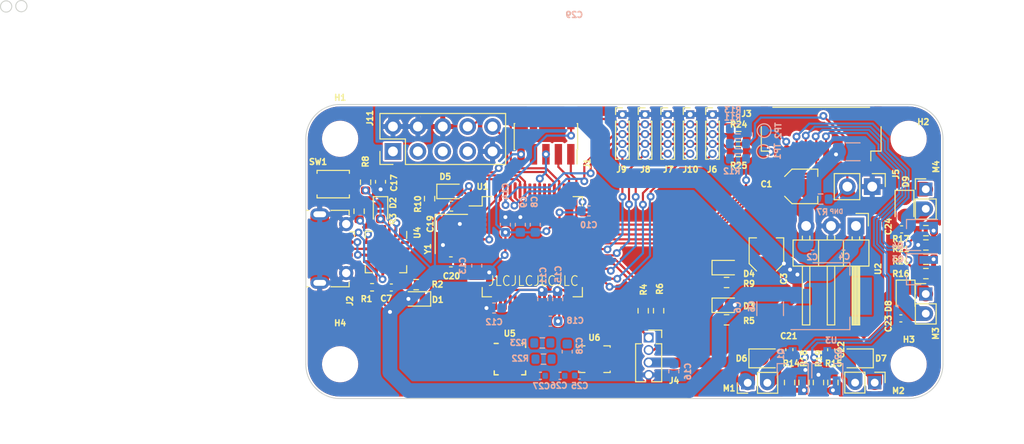
<source format=kicad_pcb>
(kicad_pcb (version 20211014) (generator pcbnew)
  (layers (0 "F.Cu" signal) (31 "B.Cu" signal) (34 "B.Paste" user) (35 "F.Paste" user) (36 "B.SilkS" user "B.Silkscreen") (37 "F.SilkS" user "F.Silkscreen") (38 "B.Mask" user) (39 "F.Mask" user) (44 "Edge.Cuts" user))
  (net 0 "")
  (net 1 "+BATT")
  (net 2 "Net-(D1-Pad1)")
  (net 3 "Status")
  (net 4 "Net-(D2-Pad1)")
  (net 5 "Net-(J2-Pad2)")
  (net 6 "Net-(J2-Pad3)")
  (net 7 "UART4_RX")
  (net 8 "SYS_JTCL-SWCLK")
  (net 9 "SYS_JTMS-SWDIO")
  (net 10 "Net-(Q1-Pad1)")
  (net 11 "Net-(Q2-Pad1)")
  (net 12 "Net-(Q3-Pad1)")
  (net 13 "Net-(Q4-Pad1)")
  (net 14 "MOTOR_A")
  (net 15 "SPI1_MOSI")
  (net 16 "SPI1_MISO")
  (net 17 "SPI1_SCK")
  (net 18 "MOTOR_B")
  (net 19 "MOTOR_C")
  (net 20 "MOTOR_D")
  (net 21 "USART1_RX")
  (net 22 "USART1_TX")
  (net 23 "+3V3")
  (net 24 "GND")
  (net 25 "VUSB")
  (net 27 "Net-(C20-Pad1)")
  (net 28 "NRST")
  (net 29 "SYS_JTCL-SWO")
  (net 30 "I2C1_SCL")
  (net 31 "I2C1_SDA")
  (net 32 "+10V")
  (net 33 "+5V")
  (net 35 "ELRS_RX")
  (net 64 "Net-(C7-Pad2)")
  (net 65 "Net-(C18-Pad1)")
  (net 66 "Net-(C19-Pad1)")
  (net 67 "Net-(C21-Pad2)")
  (net 68 "Net-(C22-Pad2)")
  (net 69 "Net-(C23-Pad2)")
  (net 70 "Net-(C24-Pad2)")
  (net 71 "Net-(D3-Pad1)")
  (net 72 "Net-(D4-Pad1)")
  (net 73 "Net-(D5-Pad1)")
  (net 76 "Net-(J3-Pad9)")
  (net 77 "Net-(J3-Pad10)")
  (net 78 "Net-(J4-Pad1)")
  (net 79 "Net-(J4-Pad2)")
  (net 80 "Net-(R2-Pad2)")
  (net 81 "Net-(R3-Pad2)")
  (net 82 "Net-(R11-Pad2)")
  (net 111 "ELRS_TX")
  (net 112 "UART4_TX")
  (net 117 "VSENSE")
  (net 118 "TOF_1_SHTDN")
  (net 119 "TOF_2_SHTDN")
  (net 120 "TOF_3_SHTDN")
  (net 121 "TOF_4_SHTDN")
  (net 122 "TOF_5_SHTDN")
  (net 123 "USART2_TX")
  (net 124 "USART2_RX")
  (footprint "Resistor_SMD:R_0603_1608Metric" (layer "F.Cu") (at 97.2566 56.330698 -90)
    (fp_text reference "R14")
    (fp_text value "33")
  )
  (footprint "Resistor_SMD:R_0603_1608Metric" (layer "F.Cu") (at 98.7298 56.330898 -90)
    (fp_text reference "R18")
    (fp_text value "4.7K")
  )
  (footprint "Connector_PinHeader_2.00mm:PinHeader_1x02_P2.00mm_Vertical" (layer "F.Cu") (at 92.984689 56.3631 90)
    (fp_text reference "M1")
    (fp_text value "Brushed_DC")
  )
  (footprint "Diode_SMD:D_0805_2012Metric" (layer "F.Cu") (at 108.9787 38.4114 -90)
    (fp_text reference "D9")
    (fp_text value "10V")
  )
  (footprint "Resistor_SMD:R_0603_1608Metric" (layer "F.Cu") (at 111.1631 40.8371)
    (fp_text reference "R17")
    (fp_text value "33")
  )
  (footprint "Resistor_SMD:R_0603_1608Metric" (layer "F.Cu") (at 111.1632 42.2976)
    (fp_text reference "R21")
    (fp_text value "4.7K")
  )
  (footprint "Diode_SMD:D_0805_2012Metric" (layer "F.Cu") (at 104.1123 53.866998 180)
    (fp_text reference "D7")
    (fp_text value "10V")
  )
  (footprint "Resistor_SMD:R_0603_1608Metric" (layer "F.Cu") (at 101.6762 56.330698 -90)
    (fp_text reference "R15")
    (fp_text value "33")
  )
  (footprint "Resistor_SMD:R_0603_1608Metric" (layer "F.Cu") (at 100.203 56.330798 -90)
    (fp_text reference "R19")
    (fp_text value "4.7K")
  )
  (footprint "Connector_PinHeader_2.00mm:PinHeader_1x02_P2.00mm_Vertical" (layer "F.Cu") (at 105.9434 56.343498 -90)
    (fp_text reference "M2")
    (fp_text value "Brushed_DC")
  )
  (footprint "Resistor_SMD:R_0603_1608Metric" (layer "F.Cu") (at 111.163 43.7581)
    (fp_text reference "R20")
    (fp_text value "4.7K")
  )
  (footprint "Diode_SMD:D_0805_2012Metric" (layer "F.Cu") (at 109.093 47.5681 -90)
    (fp_text reference "D8")
    (fp_text value "10V")
  )
  (footprint "Resistor_SMD:R_0603_1608Metric" (layer "F.Cu") (at 111.1631 45.2186)
    (fp_text reference "R16")
    (fp_text value "33")
  )
  (footprint "Connector_PinHeader_2.00mm:PinHeader_1x02_P2.00mm_Vertical" (layer "F.Cu") (at 111.1504 47.3014)
    (fp_text reference "M3")
    (fp_text value "Brushed_DC")
  )
  (footprint "Connector_PinHeader_2.00mm:PinHeader_1x02_P2.00mm_Vertical" (layer "F.Cu") (at 111.1504 36.608)
    (fp_text reference "M4")
    (fp_text value "Brushed_DC")
  )
  (footprint "Resistor_SMD:R_0603_1608Metric" (layer "F.Cu") (at 82.3214 49.0098 90)
    (fp_text reference "R4")
    (fp_text value "220")
  )
  (footprint "Diode_SMD:D_0805_2012Metric" (layer "F.Cu") (at 94.7951 53.866998)
    (fp_text reference "D6")
    (fp_text value "10V")
  )
  (footprint "Connector_PinSocket_1.27mm:PinSocket_1x04_P1.27mm_Vertical" (layer "F.Cu") (at 82.8798 51.7448)
    (fp_text reference "J4")
    (fp_text value "ELRS")
  )
  (footprint "Capacitor_SMD:C_0402_1005Metric" (layer "F.Cu") (at 97.2312 52.975398 -90)
    (fp_text reference "C21")
    (fp_text value "0.1uF")
  )
  (footprint "Capacitor_SMD:C_0402_1005Metric" (layer "F.Cu") (at 101.4984 52.988098 -90)
    (fp_text reference "C22")
    (fp_text value "0.1uF")
  )
  (footprint "Capacitor_SMD:C_0402_1005Metric" (layer "F.Cu") (at 108.6892 40.7101)
    (fp_text reference "C24")
    (fp_text value "0.1uF")
  )
  (footprint "Capacitor_SMD:C_0402_1005Metric" (layer "F.Cu") (at 108.6078 49.7906)
    (fp_text reference "C23")
    (fp_text value "0.1uF")
  )
  (footprint "Capacitor_SMD:C_Elec_3x5.4" (layer "F.Cu") (at 98.3742 36.322)
    (fp_text reference "C1")
    (fp_text value "100uF")
  )
  (footprint "Connector_JST:JST_SH_SM10B-SRSS-TB_1x10-1MP_P1.00mm_Horizontal" (layer "F.Cu") (at 100.4824 30.9372 180)
    (fp_text reference "J3")
    (fp_text value "ESC")
  )
  (footprint "Connector_PinSocket_1.27mm:PinSocket_2x05_P1.27mm_Vertical_SMD" (layer "F.Cu") (at 72.3994 31.2454 -90)
    (fp_text reference "J1")
    (fp_text value "DEBUG")
  )
  (footprint "Capacitor_SMD:C_0402_1005Metric" (layer "F.Cu") (at 56.6267 46.6405 180)
    (fp_text reference "C7")
    (fp_text value "100nF")
  )
  (footprint "Crystal:Crystal_SMD_3225-4Pin_3.2x2.5mm" (layer "F.Cu") (at 62.7526 41.1802 -90)
    (fp_text reference "Y1")
    (fp_text value "16MHz X322516MLB4SI")
  )
  (footprint "Resistor_SMD:R_0402_1005Metric" (layer "F.Cu") (at 54.6608 46.6151 180)
    (fp_text reference "R1")
    (fp_text value "22")
  )
  (footprint "Button_Switch_SMD:SW_SPST_B3U-1000P" (layer "F.Cu") (at 50.6984 36.0934)
    (fp_text reference "SW1")
    (fp_text value "RESET")
  )
  (footprint "Resistor_SMD:R_0603_1608Metric" (layer "F.Cu") (at 54.0004 35.9024 90)
    (fp_text reference "R8")
    (fp_text value "1K")
  )
  (footprint "Connector_PinHeader_2.54mm:PinHeader_1x03_P2.54mm_Horizontal" (layer "F.Cu") (at 104.0234 40.3544 -90)
    (fp_text reference "U2")
    (fp_text value "Pololu_S13V10F5")
  )
  (footprint "Resistor_SMD:R_0603_1608Metric" (layer "F.Cu") (at 59.1568 46.3423 180)
    (fp_text reference "R2")
    (fp_text value "2K")
  )
  (footprint "Capacitor_SMD:C_0603_1608Metric" (layer "F.Cu") (at 62.7019 44.025 180)
    (fp_text reference "C20")
    (fp_text value "12pF")
  )
  (footprint "Resistor_SMD:R_0603_1608Metric" (layer "F.Cu") (at 60.5301 37.5733 90)
    (fp_text reference "R10")
    (fp_text value "4.7k")
  )
  (footprint "Resistor_SMD:R_0603_1608Metric" (layer "F.Cu") (at 90.8304 49.9364 180)
    (fp_text reference "R5")
    (fp_text value "4.7k")
  )
  (footprint "LED_SMD:LED_0603_1608Metric" (layer "F.Cu") (at 55.5244 38.8553 -90)
    (fp_text reference "D2")
    (fp_text value "TX")
  )
  (footprint "LED_SMD:LED_0603_1608Metric" (layer "F.Cu") (at 90.8304 48.4505)
    (fp_text reference "D3")
    (fp_text value "3.3V")
  )
  (footprint "Package_DFN_QFN:QFN-16-1EP_4x4mm_P0.65mm_EP2.5x2.5mm" (layer "F.Cu") (at 56.0832 43.021 -90)
    (fp_text reference "U4")
    (fp_text value "FT230XQ")
  )
  (footprint "Package_QFP:LQFP-64_10x10mm_P0.5mm" (layer "F.Cu") (at 71.0076 42.4756)
    (fp_text reference "U1")
    (fp_text value "STM32F446RETx")
  )
  (footprint "Resistor_SMD:R_0603_1608Metric" (layer "F.Cu") (at 53.34 38.8553 -90)
    (fp_text reference "R3")
    (fp_text value "2K")
  )
  (footprint "Connector_USB:USB_Micro-B_Molex-105017-0001" (layer "F.Cu") (at 50.5587 42.6654 -90)
    (fp_text reference "J2")
    (fp_text value "USB_B_Micro")
  )
  (footprint "LED_SMD:LED_0603_1608Metric" (layer "F.Cu") (at 59.1567 47.8028 180)
    (fp_text reference "D1")
    (fp_text value "RX")
  )
  (footprint "LED_SMD:LED_0603_1608Metric" (layer "F.Cu") (at 62.7525 36.8368)
    (fp_text reference "D5")
    (fp_text value "ST")
  )
  (footprint "Capacitor_SMD:C_0603_1608Metric" (layer "F.Cu") (at 62.7527 38.3354)
    (fp_text reference "C19")
    (fp_text value "12pF")
  )
  (footprint "MountingHole:MountingHole_3.2mm_M3" (layer "F.Cu") (at 109.4044 31.4654)
    (fp_text reference "H2")
    (fp_text value "M3")
  )
  (footprint "MountingHole:MountingHole_3.2mm_M3" (layer "F.Cu") (at 109.4044 54.4654)
    (fp_text reference "H3")
    (fp_text value "M3")
  )
  (footprint "MountingHole:MountingHole_3.2mm_M3" (layer "F.Cu") (at 51.4044 54.4654)
    (fp_text reference "H4")
    (fp_text value "M3")
  )
  (footprint "MountingHole:MountingHole_3.2mm_M3" (layer "F.Cu") (at 51.4044 31.4654)
    (fp_text reference "H1")
    (fp_text value "M3")
  )
  (footprint "Capacitor_SMD:C_Elec_3x5.4" (layer "F.Cu") (at 94.8944 43.3324 90)
    (fp_text reference "C3")
    (fp_text value "100uF")
  )
  (footprint "Resistor_SMD:R_0603_1608Metric" (layer "F.Cu") (at 83.8962 49.0098 -90)
    (fp_text reference "R6")
    (fp_text value "220")
  )
  (footprint "Sensor_Motion:InvenSense_QFN-24_3x3mm_P0.4mm" (layer "F.Cu") (at 68.7265 53.9456)
    (fp_text reference "U5")
    (fp_text value "MPU-9250")
  )
  (footprint "LED_SMD:LED_0603_1608Metric" (layer "F.Cu") (at 90.8309 44.6084)
    (fp_text reference "D4")
    (fp_text value "5V")
  )
  (footprint "Resistor_SMD:R_0603_1608Metric" (layer "F.Cu") (at 92.0628 32.766 180)
    (fp_text reference "R25")
    (fp_text value "4.7K")
  )
  (footprint "Connector_PinHeader_2.54mm:PinHeader_2x05_P2.54mm_Vertical" (layer "F.Cu") (at 56.7944 32.7554 90)
    (fp_text reference "J11")
    (fp_text value "Pi Zero")
  )
  (footprint "Connector_PinHeader_1.00mm:PinHeader_1x05_P1.00mm_Vertical" (layer "F.Cu") (at 82.5124 28.988)
    (fp_text reference "J8")
    (fp_text value "ToF 3")
  )
  (footprint "Connector_PinHeader_1.00mm:PinHeader_1x05_P1.00mm_Vertical" (layer "F.Cu") (at 87.1098 28.988)
    (fp_text reference "J10")
    (fp_text value "ToF 5")
  )
  (footprint "Package_LGA:LGA-14_3x2.5mm_P0.5mm_LayoutBorder3x4y" (layer "F.Cu") (at 77.343 53.9496)
    (fp_text reference "U6")
    (fp_text value "LSM6DS3")
  )
  (footprint "Connector_PinHeader_1.00mm:PinHeader_1x05_P1.00mm_Vertical" (layer "F.Cu") (at 84.8238 28.988)
    (fp_text reference "J7")
    (fp_text value "ToF 2")
  )
  (footprint "Resistor_SMD:R_0603_1608Metric" (layer "F.Cu") (at 92.0628 31.242 180)
    (fp_text reference "R24")
    (fp_text value "4.7K")
  )
  (footprint "Connector_PinHeader_1.00mm:PinHeader_1x05_P1.00mm_Vertical" (layer "F.Cu") (at 89.3958 28.988)
    (fp_text reference "J6")
    (fp_text value "ToF 1")
  )
  (footprint "Connector_PinHeader_1.00mm:PinHeader_1x05_P1.00mm_Vertical" (layer "F.Cu") (at 80.201 28.988)
    (fp_text reference "J9")
    (fp_text value "ToF 4")
  )
  (footprint "Connector_PinHeader_2.54mm:PinHeader_1x02_P2.54mm_Vertical" (layer "F.Cu") (at 105.6894 36.3474 -90)
    (fp_text reference "J5")
    (fp_text value "AUX_PWR")
  )
  (footprint "Capacitor_SMD:C_0603_1608Metric" (layer "F.Cu") (at 55.5244 35.8524 90)
    (fp_text reference "C17")
    (fp_text value "1uF")
  )
  (footprint "Resistor_SMD:R_0603_1608Metric" (layer "F.Cu") (at 90.8304 46.1264 180)
    (fp_text reference "R9")
    (fp_text value "4.7k")
  )
  (footprint "Package_TO_SOT_SMD:SOT-23_Handsoldering" (layer "B.Cu") (at 97.5741 55.163798 90)
    (fp_text reference "Q1")
    (fp_text value "IRLML6244TR")
  )
  (footprint "Package_TO_SOT_SMD:SOT-23_Handsoldering" (layer "B.Cu") (at 109.9453 41.2816 180)
    (fp_text reference "Q4")
    (fp_text value "IRLML6244TR")
  )
  (footprint "Package_TO_SOT_SMD:SOT-23_Handsoldering" (layer "B.Cu") (at 101.1072 55.160998 90)
    (fp_text reference "Q2")
    (fp_text value "IRLML6244TR")
  )
  (footprint "Package_TO_SOT_SMD:SOT-23_Handsoldering" (layer "B.Cu") (at 109.9439 44.7741 180)
    (fp_text reference "Q3")
    (fp_text value "IRLML6244TR")
  )
  (footprint "Capacitor_SMD:C_0603_1608Metric" (layer "B.Cu") (at 99.5934 42.3164)
    (fp_text reference "C2")
    (fp_text value "1uF")
  )
  (footprint "Capacitor_SMD:C_1210_3225Metric" (layer "B.Cu") (at 95.2754 48.7934 -90)
    (fp_text reference "C5")
    (fp_text value "4.7uF")
  )
  (footprint "Capacitor_SMD:C_0603_1608Metric" (layer "B.Cu") (at 72.8594 50.0754 180)
    (fp_text reference "C18")
    (fp_text value "2.2uF")
  )
  (footprint "Capacitor_SMD:C_0402_1005Metric" (layer "B.Cu") (at 75.8105 55.6096 180)
    (fp_text reference "C25")
    (fp_text value "10nF, 4V")
  )
  (footprint "Capacitor_SMD:C_0603_1608Metric" (layer "B.Cu") (at 65.3434 44.4126 -90)
    (fp_text reference "C13")
    (fp_text value "0.1uF")
  )
  (footprint "TestPoint:TestPoint_Pad_D1.0mm" (layer "B.Cu") (at 94.6544 30.6354 90)
    (fp_text reference "TP2")
    (fp_text value "CRT")
  )
  (footprint "Capacitor_SMD:C_0603_1608Metric" (layer "B.Cu") (at 102.7684 42.3164 180)
    (fp_text reference "C4")
    (fp_text value "1uF")
  )
  (footprint "Resistor_SMD:R_0603_1608Metric" (layer "B.Cu") (at 91.9892 33.5054)
    (fp_text reference "R12")
    (fp_text value "220")
  )
  (footprint "Package_TO_SOT_SMD:SOT-223" (layer "B.Cu") (at 101.4984 47.5234)
    (fp_text reference "U3")
    (fp_text value "REG1117-3.3")
  )
  (footprint "Capacitor_SMD:C_0402_1005Metric" (layer "B.Cu") (at 93.1164 48.6664 -90)
    (fp_text reference "C6")
    (fp_text value "100nF")
  )
  (footprint "Capacitor_SMD:C_0402_1005Metric" (layer "B.Cu") (at 73.8405 55.6456 180)
    (fp_text reference "C26")
    (fp_text value "0.1uF 4V")
  )
  (footprint "Capacitor_SMD:C_0603_1608Metric" (layer "B.Cu") (at 74.5685 53.1836 -90)
    (fp_text reference "C28")
    (fp_text value "2.2nF, 50V")
  )
  (footprint "Resistor_SMD:R_0603_1608Metric" (layer "B.Cu") (at 100.4184 37.6174 180)
    (fp_text reference "R7")
    (fp_text value "0 DNP")
  )
  (footprint "Capacitor_SMD:C_0603_1608Metric" (layer "B.Cu") (at 67.1084 48.7306)
    (fp_text reference "C12")
    (fp_text value "0.1uF")
  )
  (footprint "Resistor_SMD:R_0603_1608Metric" (layer "B.Cu") (at 91.9844 31.9604 180)
    (fp_text reference "R11")
    (fp_text value "10K")
  )
  (footprint "Capacitor_SMD:C_0603_1608Metric" (layer "B.Cu") (at 68.2644 40.2346 -90)
    (fp_text reference "C14")
    (fp_text value "0.1uF")
  )
  (footprint "Capacitor_SMD:C_0603_1608Metric" (layer "B.Cu") (at 72.0744 47.8416 -90)
    (fp_text reference "C11")
    (fp_text value "10nF")
  )
  (footprint "Capacitor_SMD:C_0402_1005Metric" (layer "B.Cu") (at 71.8405 55.6456 180)
    (fp_text reference "C27")
    (fp_text value "0.1uF 2V")
  )
  (footprint "Resistor_SMD:R_0603_1608Metric" (layer "B.Cu") (at 72.1555 53.9456)
    (fp_text reference "R22")
    (fp_text value "4.7K")
  )
  (footprint "Resistor_SMD:R_0603_1608Metric" (layer "B.Cu") (at 72.0295 52.2946 180)
    (fp_text reference "R23")
    (fp_text value "4.7K")
  )
  (footprint "Capacitor_SMD:C_0603_1608Metric" (layer "B.Cu") (at 76.7734 38.8246)
    (fp_text reference "C10")
    (fp_text value "0.1uF")
  )
  (footprint "Capacitor_SMD:C_0603_1608Metric" (layer "B.Cu") (at 85.4456 55.2066 90)
    (fp_text reference "C16")
    (fp_text value "1uF")
  )
  (footprint "Capacitor_SMD:C_0603_1608Metric" (layer "B.Cu") (at 73.5984 47.8416 90)
    (fp_text reference "C15")
    (fp_text value "1uF")
  )
  (footprint "Capacitor_SMD:C_0603_1608Metric" (layer "B.Cu") (at 71.3124 40.2346 90)
    (fp_text reference "C8")
    (fp_text value "0.1uF")
  )
  (footprint "Capacitor_SMD:C_0603_1608Metric" (layer "B.Cu") (at 69.7884 40.2346 90)
    (fp_text reference "C9")
    (fp_text value "0.1uF")
  )
  (footprint "Resistor_SMD:R_0603_1608Metric" (layer "B.Cu") (at 91.9892 30.4454)
    (fp_text reference "R13")
    (fp_text value "100K")
  )
  (footprint "Capacitor_SMD:C_1206_3216Metric" (layer "B.Cu") (at 103.7354 32.7914)
    (fp_text reference "C29")
    (fp_text value "33uF 35V")
  )
  (footprint "TestPoint:TestPoint_Pad_D1.0mm" (layer "B.Cu") (at 94.5844 32.7554 90)
    (fp_text reference "TP1")
    (fp_text value "TX")
  )
  (gr_circle (center 17.3284 17.9654) (end 17.9044 17.9654) (layer "Edge.Cuts") (width 0.1) (fill none))
  (gr_circle locked (center 18.8804 17.9324) (end 19.4564 17.9324) (layer "Edge.Cuts") (width 0.1) (fill none))
  (gr_line (start 47.9044 31.4654) (end 47.9044 54.4654) (layer "Edge.Cuts") (width 0.1))
  (gr_line (start 51.4044 57.9654) (end 109.4044 57.9654) (layer "Edge.Cuts") (width 0.1))
  (gr_line (start 109.4044 27.9654) (end 51.4044 27.9654) (layer "Edge.Cuts") (width 0.1))
  (gr_arc (start 47.9044 31.4654) (mid 48.929526 28.990526) (end 51.4044 27.9654) (layer "Edge.Cuts") (width 0.1))
  (gr_arc (start 109.4044 27.9654) (mid 111.879274 28.990526) (end 112.9044 31.4654) (layer "Edge.Cuts") (width 0.1))
  (gr_line (start 112.9044 54.4654) (end 112.9044 31.4654) (layer "Edge.Cuts") (width 0.1))
  (gr_arc (start 112.9044 54.4654) (mid 111.879274 56.940274) (end 109.4044 57.9654) (layer "Edge.Cuts") (width 0.1))
  (gr_arc (start 51.4044 57.9654) (mid 48.929526 56.940274) (end 47.9044 54.4654) (layer "Edge.Cuts") (width 0.1))
  (gr_text "DNP" (at 102.0318 38.8874) (layer "B.SilkS") (effects (font (size 0.45 0.45) (thickness 0.1125)) (justify mirror)))
  (gr_text "JLCJLCJLCJLC" (at 71.12 45.974) (layer "F.SilkS") (effects (font (size 1 0.9) (thickness 0.1))))
  (segment (start 99.75789 52.316988) (end 99.7585 52.317598) (width 1.5) (layer "F.Cu") (net 1))
  (segment (start 108.2092 40.7101) (end 107.9119 40.7101) (width 0.5) (layer "F.Cu") (net 1))
  (segment (start 105.0498 53.0652) (end 107.7468 50.3682) (width 1.5) (layer "F.Cu") (net 1))
  (segment (start 107.8611 40.6593) (end 107.8611 45.3987) (width 1.5) (layer "F.Cu") (net 1))
  (segment (start 108.9787 37.4739) (end 108.2787 37.4739) (width 1.5) (layer "F.Cu") (net 1))
  (segment (start 107.42869 38.32391) (end 107.42869 39.35791) (width 1.5) (layer "F.Cu") (net 1))
  (segment (start 107.42869 40.22689) (end 107.8611 40.6593) (width 1.5) (layer "F.Cu") (net 1))
  (segment (start 107.4928 47.7058) (end 107.8611 47.3375) (width 1.5) (layer "F.Cu") (net 1))
  (segment (start 106.47558 38.4048) (end 104.3468 38.4048) (width 1.5) (layer "F.Cu") (net 1))
  (segment (start 92.984689 54.739909) (end 92.984689 56.3631) (width 1.5) (layer "F.Cu") (net 1))
  (segment (start 105.0498 53.495186) (end 105.0498 53.866998) (width 1.5) (layer "F.Cu") (net 1))
  (segment (start 93.8576 53.866998) (end 92.984689 54.739909) (width 1.5) (layer "F.Cu") (net 1))
  (segment (start 100.939422 52.316988) (end 103.871602 52.316988) (width 1.5) (layer "F.Cu") (net 1))
  (segment (start 107.4928 49.167434) (end 107.4928 47.7058) (width 1.5) (layer "F.Cu") (net 1))
  (segment (start 103.1494 33.1042) (end 103.1494 36.3474) (width 0.22) (layer "F.Cu") (net 1))
  (segment (start 110.4796 46.6306) (end 111.1504 47.3014) (width 1.5) (layer "F.Cu") (net 1))
  (segment (start 107.42869 39.35791) (end 106.47558 38.4048) (width 1.5) (layer "F.Cu") (net 1))
  (segment (start 95.035798 52.316988) (end 99.75789 52.316988) (width 1.5) (layer "F.Cu") (net 1))
  (segment (start 107.9119 40.7101) (end 107.42869 40.22689) (width 0.5) (layer "F.Cu") (net 1))
  (segment (start 93.8576 53.866998) (end 94.3451 53.866998) (width 1.5) (layer "F.Cu") (net 1))
  (segment (start 108.8261 37.3213) (end 108.9787 37.4739) (width 1.5) (layer "F.Cu") (net 1))
  (segment (start 108.1278 47.5958) (end 109.093 46.6306) (width 0.22) (layer "F.Cu") (net 1))
  (segment (start 105.0498 54.566998) (end 105.9434 55.460598) (width 1.5) (layer "F.Cu") (net 1))
  (segment (start 94.39509 53.817008) (end 94.39509 52.957696) (width 1.5) (layer "F.Cu") (net 1))
  (segment (start 108.1278 49.7906) (end 108.1278 47.5958) (width 0.22) (layer "F.Cu") (net 1))
  (segment (start 111.1504 36.608) (end 109.8446 36.608) (width 1.5) (layer "F.Cu") (net 1))
  (segment (start 103.871602 52.316988) (end 105.0498 53.495186) (width 1.5) (layer "F.Cu") (net 1))
  (segment (start 94.3451 53.866998) (end 94.39509 53.817008) (width 1.5) (layer "F.Cu") (net 1))
  (segment (start 108.2787 37.4739) (end 107.42869 38.32391) (width 1.5) (layer "F.Cu") (net 1))
  (segment (start 103.1494 37.2074) (end 103.1494 36.3474) (width 1.5) (layer "F.Cu") (net 1))
  (segment (start 94.39509 52.957696) (end 95.035798 52.316988) (width 1.5) (layer "F.Cu") (net 1))
  (segment (start 109.8446 36.608) (end 108.9787 37.4739) (width 1.5) (layer "F.Cu") (net 1))
  (segment (start 105.9434 55.460598) (end 105.9434 56.343498) (width 1.5) (layer "F.Cu") (net 1))
  (segment (start 107.8611 47.3375) (end 107.8611 45.3987) (width 1.5) (layer "F.Cu") (net 1))
  (segment (start 105.0498 53.866998) (end 105.0498 54.566998) (width 1.5) (layer "F.Cu") (net 1))
  (segment (start 107.7468 50.3682) (end 107.7468 49.421434) (width 1.5) (layer "F.Cu") (net 1))
  (segment (start 102.9824 31.4134) (end 102.9824 32.9372) (width 0.22) (layer "F.Cu") (net 1))
  (segment (start 105.0498 53.866998) (end 105.0498 53.0652) (width 1.5) (layer "F.Cu") (net 1))
  (segment (start 102.9824 32.9372) (end 103.1494 33.1042) (width 0.22) (layer "F.Cu") (net 1))
  (segment (start 100.938812 52.317598) (end 100.939422 52.316988) (width 1.5) (layer "F.Cu") (net 1))
  (segment (start 99.7585 52.317598) (end 100.938812 52.317598) (width 1.5) (layer "F.Cu") (net 1))
  (segment (start 100.7044 29.1354) (end 102.9824 31.4134) (width 0.22) (layer "F.Cu") (net 1))
  (segment (start 109.093 46.6306) (end 110.4796 46.6306) (width 1.5) (layer "F.Cu") (net 1))
  (segment (start 107.8611 45.3987) (end 109.093 46.6306) (width 1.5) (layer "F.Cu") (net 1))
  (segment (start 107.42869 39.35791) (end 107.42869 40.22689) (width 1.5) (layer "F.Cu") (net 1))
  (segment (start 107.7468 49.421434) (end 107.4928 49.167434) (width 1.5) (layer "F.Cu") (net 1))
  (segment (start 104.3468 38.4048) (end 103.1494 37.2074) (width 1.5) (layer "F.Cu") (net 1))
  (via (at 100.7044 29.1354) (size 0.8) (drill 0.4) (layers "F.Cu" "B.Cu") (net 1))
  (segment (start 100.7044 29.1354) (end 100.5344 29.3054) (width 0.22) (layer "B.Cu") (net 1))
  (segment (start 93.7244 29.9054) (end 93.7244 31.2954) (width 0.22) (layer "B.Cu") (net 1))
  (segment (start 100.5344 29.3054) (end 94.3244 29.3054) (width 0.22) (layer "B.Cu") (net 1))
  (segment (start 92.7354 56.113811) (end 92.984689 56.3631) (width 1.5) (layer "B.Cu") (net 1))
  (segment (start 93.0594 31.9604) (end 92.8094 31.9604) (width 0.22) (layer "B.Cu") (net 1))
  (segment (start 101.2434 37.6174) (end 101.8794 37.6174) (width 0.22) (layer "B.Cu") (net 1))
  (segment (start 101.8794 37.6174) (end 103.1494 36.3474) (width 0.22) (layer "B.Cu") (net 1))
  (segment (start 93.7244 31.2954) (end 93.0594 31.9604) (width 0.22) (layer "B.Cu") (net 1))
  (segment (start 94.3244 29.3054) (end 93.7244 29.9054) (width 0.22) (layer "B.Cu") (net 1))
  (segment (start 59.9443 47.8027) (end 59.9442 47.8028) (width 0.22) (layer "F.Cu") (net 2))
  (segment (start 59.9443 46.3423) (end 59.9443 47.8027) (width 0.22) (layer "F.Cu") (net 2))
  (segment (start 64.3274 38.9516) (end 64.6014 39.2256) (width 0.22) (layer "F.Cu") (net 3))
  (segment (start 63.9775 36.8368) (end 64.3274 37.1867) (width 0.22) (layer "F.Cu") (net 3))
  (segment (start 63.54 36.8368) (end 63.9775 36.8368) (width 0.22) (layer "F.Cu") (net 3))
  (segment (start 64.3274 37.1867) (end 64.3274 38.9516) (width 0.22) (layer "F.Cu") (net 3))
  (segment (start 64.6014 39.2256) (end 65.3076 39.2256) (width 0.22) (layer "F.Cu") (net 3))
  (segment (start 53.34 38.1255) (end 53.3781 38.1636) (width 0.22) (layer "F.Cu") (net 4))
  (segment (start 53.34 38.0678) (end 53.34 38.1255) (width 0.22) (layer "F.Cu") (net 4))
  (segment (start 53.3775 38.0678) (end 53.34 38.0303) (width 0.22) (layer "F.Cu") (net 4))
  (segment (start 55.5244 38.0678) (end 53.3775 38.0678) (width 0.22) (layer "F.Cu") (net 4))
  (segment (start 53.208702 43.306) (end 54.0432 43.306) (width 0.22) (layer "F.Cu") (net 5))
  (segment (start 53.1518 42.0154) (end 53.1622 42.005) (width 0.22) (layer "F.Cu") (net 5))
  (segment (start 54.0432 43.306) (end 54.0832 43.346) (width 0.22) (layer "F.Cu") (net 5))
  (segment (start 52.0187 42.0154) (end 53.1518 42.0154) (width 0.22) (layer "F.Cu") (net 5))
  (via (at 53.208702 43.306) (size 0.8) (drill 0.4) (layers "F.Cu" "B.Cu") (net 5))
  (via (at 53.1622 42.005) (size 0.8) (drill 0.4) (layers "F.Cu" "B.Cu") (net 5))
  (segment (start 53.1622 42.005) (end 53.1622 43.259498) (width 0.22) (layer "B.Cu") (net 5))
  (segment (start 53.1622 43.259498) (end 53.208702 43.306) (width 0.22) (layer "B.Cu") (net 5))
  (segment (start 54.0832 42.696) (end 52.0493 42.696) (width 0.22) (layer "F.Cu") (net 6))
  (segment (start 52.0493 42.696) (end 52.0187 42.6654) (width 0.22) (layer "F.Cu") (net 6))
  (segment (start 72.1844 34.8554) (end 69.0344 34.8554) (width 0.22) (layer "F.Cu") (net 7))
  (segment (start 73.2576 35.9286) (end 72.1844 34.8554) (width 0.22) (layer "F.Cu") (net 7))
  (segment (start 68.4544 34.2754) (end 68.4544 31.6954) (width 0.22) (layer "F.Cu") (net 7))
  (segment (start 73.2576 36.8006) (end 73.2576 35.9286) (width 0.22) (layer "F.Cu") (net 7))
  (segment (start 66.9744 30.2154) (end 66.9544 30.2154) (width 0.22) (layer "F.Cu") (net 7))
  (segment (start 69.0344 34.8554) (end 68.4544 34.2754) (width 0.22) (layer "F.Cu") (net 7))
  (segment (start 68.4544 31.6954) (end 66.9744 30.2154) (width 0.22) (layer "F.Cu") (net 7))
  (segment (start 73.6694 34.3404) (end 74.7576 35.4286) (width 0.22) (layer "F.Cu") (net 8))
  (segment (start 73.6694 33.0454) (end 73.6694 34.3404) (width 0.22) (layer "F.Cu") (net 8))
  (segment (start 74.7576 35.4286) (end 74.7576 36.8006) (width 0.22) (layer "F.Cu") (net 8))
  (segment (start 75.7694 39.7256) (end 75.5034 39.4596) (width 0.22) (layer "F.Cu") (net 9))
  (segment (start 76.6826 39.7256) (end 75.7694 39.7256) (width 0.22) (layer "F.Cu") (net 9))
  (segment (start 75.5034 39.4596) (end 75.5034 35.6344) (width 0.22) (layer "F.Cu") (net 9))
  (segment (start 74.9394 35.0704) (end 74.9394 33.0454) (width 0.22) (layer "F.Cu") (net 9))
  (segment (start 75.5034 35.6344) (end 74.9394 35.0704) (width 0.22) (layer "F.Cu") (net 9))
  (segment (start 98.7296 57.118198) (end 98.7298 57.118398) (width 0.5) (layer "F.Cu") (net 10))
  (segment (start 97.2566 57.118198) (end 98.7296 57.118198) (width 0.5) (layer "F.Cu") (net 10))
  (via (at 98.7298 57.118398) (size 0.8) (drill 0.4) (layers "F.Cu" "B.Cu") (net 10))
  (segment (start 98.5241 56.912698) (end 98.7298 57.118398) (width 0.5) (layer "B.Cu") (net 10))
  (segment (start 98.5241 56.663798) (end 98.5241 56.912698) (width 0.5) (layer "B.Cu") (net 10))
  (segment (start 101.6761 57.118298) (end 101.6762 57.118198) (width 0.5) (layer "F.Cu") (net 11))
  (segment (start 100.203 57.118298) (end 101.6761 57.118298) (width 0.5) (layer "F.Cu") (net 11))
  (via (at 101.6762 57.118198) (size 0.8) (drill 0.4) (layers "F.Cu" "B.Cu") (net 11))
  (segment (start 102.0572 56.737198) (end 101.6762 57.118198) (width 0.5) (layer "B.Cu") (net 11))
  (segment (start 102.0572 56.660998) (end 102.0572 56.737198) (width 0.5) (layer "B.Cu") (net 11))
  (segment (start 111.9505 45.2185) (end 111.9506 45.2186) (width 0.5) (layer "F.Cu") (net 12))
  (segment (start 111.9505 43.7581) (end 111.9505 45.2185) (width 0.5) (layer "F.Cu") (net 12))
  (via (at 111.9505 43.7581) (size 0.8) (drill 0.4) (layers "F.Cu" "B.Cu") (net 12))
  (segment (start 111.4439 43.8241) (end 111.8845 43.8241) (width 0.5) (layer "B.Cu") (net 12))
  (segment (start 111.8845 43.8241) (end 111.9505 43.7581) (width 0.5) (layer "B.Cu") (net 12))
  (segment (start 111.9506 42.2975) (end 111.9507 42.2976) (width 0.5) (layer "F.Cu") (net 13))
  (segment (start 111.9506 40.8371) (end 111.9506 42.2975) (width 0.5) (layer "F.Cu") (net 13))
  (via (at 111.9506 40.8371) (size 0.8) (drill 0.4) (layers "F.Cu" "B.Cu") (net 13))
  (segment (start 111.4453 40.3318) (end 111.9506 40.8371) (width 0.5) (layer "B.Cu") (net 13))
  (segment (start 111.4453 40.3316) (end 111.4453 40.3318) (width 0.5) (layer "B.Cu") (net 13))
  (segment (start 100.9824 32.9372) (end 100.9824 34.1202) (width 0.22) (layer "F.Cu") (net 14))
  (segment (start 100.965 31.2166) (end 100.9824 31.234) (width 0.22) (layer "F.Cu") (net 14))
  (segment (start 95.545418 35.350108) (end 88.756726 42.1388) (width 0.22) (layer "F.Cu") (net 14))
  (segment (start 76.7694 42.1388) (end 76.6826 42.2256) (width 0.22) (layer "F.Cu") (net 14))
  (segment (start 99.752492 35.350108) (end 95.545418 35.350108) (width 0.22) (layer "F.Cu") (net 14))
  (segment (start 97.2566 55.543198) (end 97.2566 55.307603) (width 0.5) (layer "F.Cu") (net 14))
  (segment (start 100.9824 31.234) (end 100.9824 32.9372) (width 0.22) (layer "F.Cu") (net 14))
  (segment (start 88.756726 42.1388) (end 76.7694 42.1388) (width 0.22) (layer "F.Cu") (net 14))
  (segment (start 97.2566 55.307603) (end 98.821615 53.742588) (width 0.5) (layer "F.Cu") (net 14))
  (segment (start 76.6852 42.2282) (end 76.6826 42.2256) (width 0.22) (layer "F.Cu") (net 14))
  (segment (start 100.9824 34.1202) (end 99.752492 35.350108) (width 0.22) (layer "F.Cu") (net 14))
  (via (at 98.821615 53.742588) (size 0.8) (drill 0.4) (layers "F.Cu" "B.Cu") (net 14))
  (via (at 100.965 31.2166) (size 0.8) (drill 0.4) (layers "F.Cu" "B.Cu") (net 14))
  (segment (start 108.4378 35.053253) (end 108.4378 37.078094) (width 0.22) (layer "B.Cu") (net 14))
  (segment (start 107.2236 50.134052) (end 105.404452 51.9532) (width 0.22) (layer "B.Cu") (net 14))
  (segment (start 106.334101 32.949554) (end 108.4378 35.053253) (width 0.22) (layer "B.Cu") (net 14))
  (segment (start 99.9134 51.9532) (end 98.821615 53.044985) (width 0.22) (layer "B.Cu") (net 14))
  (segment (start 105.1508 30.8812) (end 106.334101 32.064501) (width 0.22) (layer "B.Cu") (net 14))
  (segment (start 100.965 31.2166) (end 101.3004 30.8812) (width 0.22) (layer "B.Cu") (net 14))
  (segment (start 106.334101 32.064501) (end 106.334101 32.949554) (width 0.22) (layer "B.Cu") (net 14))
  (segment (start 98.821615 53.044985) (end 98.821615 53.742588) (width 0.22) (layer "B.Cu") (net 14))
  (segment (start 107.2236 45.654705) (end 107.2236 50.134052) (width 0.22) (layer "B.Cu") (net 14))
  (segment (start 105.404452 51.9532) (end 99.9134 51.9532) (width 0.22) (layer "B.Cu") (net 14))
  (segment (start 105.8622 42.322844) (end 106.831901 43.292545) (width 0.22) (layer "B.Cu") (net 14))
  (segment (start 106.831901 45.263006) (end 107.2236 45.654705) (width 0.22) (layer "B.Cu") (net 14))
  (segment (start 108.4378 37.078094) (end 105.8622 39.653694) (width 0.22) (layer "B.Cu") (net 14))
  (segment (start 101.3004 30.8812) (end 105.1508 30.8812) (width 0.22) (layer "B.Cu") (net 14))
  (segment (start 105.8622 39.653694) (end 105.8622 42.322844) (width 0.22) (layer "B.Cu") (net 14))
  (segment (start 106.831901 43.292545) (end 106.831901 45.263006) (width 0.22) (layer "B.Cu") (net 14))
  (segment (start 70.2576 48.1756) (end 70.2576 48.9392) (width 0.22) (layer "F.Cu") (net 15))
  (segment (start 101.6762 55.467198) (end 100.6983 54.489298) (width 0.5) (layer "F.Cu") (net 18))
  (segment (start 95.413082 35.030602) (end 88.718084 41.7256) (width 0.22) (layer "F.Cu") (net 18))
  (segment (start 99.9824 32.9372) (end 99.9824 34.1804) (width 0.22) (layer "F.Cu") (net 18))
  (segment (start 88.718084 41.7256) (end 76.6826 41.7256) (width 0.22) (layer "F.Cu") (net 18))
  (segment (start 99.9824 34.1804) (end 99.132198 35.030602) (width 0.22) (layer "F.Cu") (net 18))
  (segment (start 99.9824 32.9372) (end 99.9824 31.2754) (width 0.22) (layer "F.Cu") (net 18))
  (segment (start 100.1522 54.489298) (end 99.7585 54.095598) (width 0.5) (layer "F.Cu") (net 18))
  (segment (start 101.6762 55.543198) (end 101.6762 55.467198) (width 0.5) (layer "F.Cu") (net 18))
  (segment (start 99.7585 54.095598) (end 99.7585 53.778098) (width 0.5) (layer "F.Cu") (net 18))
  (segment (start 100.6983 54.489298) (end 100.1522 54.489298) (width 0.5) (layer "F.Cu") (net 18))
  (segment (start 99.132198 35.030602) (end 95.413082 35.030602) (width 0.22) (layer "F.Cu") (net 18))
  (segment (start 99.9824 31.2754) (end 99.9236 31.2166) (width 0.22) (layer "F.Cu") (net 18))
  (via (at 99.9236 31.2166) (size 0.8) (drill 0.4) (layers "F.Cu" "B.Cu") (net 18))
  (via (at 99.7585 53.778098) (size 0.8) (drill 0.4) (layers "F.Cu" "B.Cu") (net 18))
  (segment (start 107.151901 45.130458) (end 107.5436 45.522157) (width 0.22) (layer "B.Cu") (net 18))
  (segment (start 99.9236 31.2166) (end 100.579 30.5612) (width 0.22) (layer "B.Cu") (net 18))
  (segment (start 99.568 52.8066) (end 99.568 53.587598) (width 0.22) (layer "B.Cu") (net 18))
  (segment (start 99.568 53.587598) (end 99.7585 53.778098) (width 0.22) (layer "B.Cu") (net 18))
  (segment (start 105.3642 30.5612) (end 106.654101 31.851101) (width 0.22) (layer "B.Cu") (net 18))
  (segment (start 100.579 30.5612) (end 105.3642 30.5612) (width 0.22) (layer "B.Cu") (net 18))
  (segment (start 106.1822 39.786242) (end 106.1822 42.190296) (width 0.22) (layer "B.Cu") (net 18))
  (segment (start 107.5436 50.2666) (end 105.537 52.2732) (width 0.22) (layer "B.Cu") (net 18))
  (segment (start 106.654101 32.817006) (end 108.7578 34.920705) (width 0.22) (layer "B.Cu") (net 18))
  (segment (start 108.7578 37.210642) (end 106.1822 39.786242) (width 0.22) (layer "B.Cu") (net 18))
  (segment (start 105.537 52.2732) (end 100.1014 52.2732) (width 0.22) (layer "B.Cu") (net 18))
  (segment (start 107.5436 45.522157) (end 107.5436 50.2666) (width 0.22) (layer "B.Cu") (net 18))
  (segment (start 100.1014 52.2732) (end 99.568 52.8066) (width 0.22) (layer "B.Cu") (net 18))
  (segment (start 106.654101 31.851101) (end 106.654101 32.817006) (width 0.22) (layer "B.Cu") (net 18))
  (segment (start 106.1822 42.190296) (end 107.151901 43.159997) (width 0.22) (layer "B.Cu") (net 18))
  (segment (start 107.151901 43.159997) (end 107.151901 45.130458) (width 0.22) (layer "B.Cu") (net 18))
  (segment (start 108.7578 34.920705) (end 108.7578 37.210642) (width 0.22) (layer "B.Cu") (net 18))
  (segment (start 98.9076 31.1404) (end 98.9076 32.8624) (width 0.22) (layer "F.Cu") (net 19))
  (segment (start 98.461099 34.711101) (end 95.280741 34.711101) (width 0.22) (layer "F.Cu") (net 19))
  (segment (start 98.9076 32.8624) (end 98.9824 32.9372) (width 0.22) (layer "F.Cu") (net 19))
  (segment (start 88.766242 41.2256) (end 76.6826 41.2256) (width 0.22) (layer "F.Cu") (net 19))
  (segment (start 95.280741 34.711101) (end 88.766242 41.2256) (width 0.22) (layer "F.Cu") (net 19))
  (segment (start 98.9824 34.1898) (end 98.461099 34.711101) (width 0.22) (layer "F.Cu") (net 19))
  (segment (start 110.3756 45.2186) (end 109.393899 44.236899) (width 0.22) (layer "F.Cu") (net 19))
  (segment (start 109.393899 44.236899) (end 109.393899 43.83015) (width 0.22) (layer "F.Cu") (net 19))
  (segment (start 98.9824 32.9372) (end 98.9824 34.1898) (width 0.22) (layer "F.Cu") (net 19))
  (via (at 109.393899 43.83015) (size 0.8) (drill 0.4) (layers "F.Cu" "B.Cu") (net 19))
  (via (at 98.9076 31.1404) (size 0.8) (drill 0.4) (layers "F.Cu" "B.Cu") (net 19))
  (segment (start 106.974101 32.684458) (end 106.974101 31.719258) (width 0.22) (layer "B.Cu") (net 19))
  (segment (start 105.861943 30.601743) (end 105.5014 30.2412) (width 0.22) (layer "B.Cu") (net 19))
  (segment (start 105.5014 30.2412) (end 99.8068 30.2412) (width 0.22) (layer "B.Cu") (net 19))
  (segment (start 99.8068 30.2412) (end 98.9076 31.1404) (width 0.22) (layer "B.Cu") (net 19))
  (segment (start 107.233252 42.7888) (end 106.5022 42.057748) (width 0.22) (layer "B.Cu") (net 19))
  (segment (start 109.393899 43.83015) (end 109.393899 43.658699) (width 0.22) (layer "B.Cu") (net 19))
  (segment (start 106.5022 39.918084) (end 109.0778 37.342484) (width 0.22) (layer "B.Cu") (net 19))
  (segment (start 108.524 42.7888) (end 107.233252 42.7888) (width 0.22) (layer "B.Cu") (net 19))
  (segment (start 109.0778 37.342484) (end 109.0778 34.788157) (width 0.22) (layer "B.Cu") (net 19))
  (segment (start 106.974101 31.719258) (end 105.861943 30.6071) (width 0.22) (layer "B.Cu") (net 19))
  (segment (start 105.861943 30.6071) (end 105.861943 30.601743) (width 0.22) (layer "B.Cu") (net 19))
  (segment (start 109.0778 34.788157) (end 106.974101 32.684458) (width 0.22) (layer "B.Cu") (net 19))
  (segment (start 109.393899 43.658699) (end 108.524 42.7888) (width 0.22) (layer "B.Cu") (net 19))
  (segment (start 106.5022 42.057748) (end 106.5022 39.918084) (width 0.22) (layer "B.Cu") (net 19))
  (segment (start 97.663 34.3916) (end 95.1484 34.3916) (width 0.22) (layer "F.Cu") (net 20))
  (segment (start 97.9678 31.242) (end 97.9824 31.2566) (width 0.22) (layer "F.Cu") (net 20))
  (segment (start 97.9824 34.0722) (end 97.663 34.3916) (width 0.22) (layer "F.Cu") (net 20))
  (segment (start 88.8144 40.7256) (end 76.6826 40.7256) (width 0.22) (layer "F.Cu") (net 20))
  (segment (start 110.3756 41.118692) (end 109.310756 42.183536) (width 0.22) (layer "F.Cu") (net 20))
  (segment (start 110.3756 40.8371) (end 110.3756 41.118692) (width 0.22) (layer "F.Cu") (net 20))
  (segment (start 97.9824 32.9372) (end 97.9824 34.0722) (width 0.22) (layer "F.Cu") (net 20))
  (segment (start 97.9824 31.2566) (end 97.9824 32.9372) (width 0.22) (layer "F.Cu") (net 20))
  (segment (start 95.1484 34.3916) (end 88.8144 40.7256) (width 0.22) (layer "F.Cu") (net 20))
  (via (at 109.310756 42.183536) (size 0.8) (drill 0.4) (layers "F.Cu" "B.Cu") (net 20))
  (via (at 97.9678 31.242) (size 0.8) (drill 0.4) (layers "F.Cu" "B.Cu") (net 20))
  (segment (start 106.843082 40.029044) (end 106.843082 41.946082) (width 0.22) (layer "B.Cu") (net 20))
  (segment (start 105.729485 29.9212) (end 107.294101 31.485816) (width 0.22) (layer "B.Cu") (net 20))
  (segment (start 109.3978 34.626881) (end 109.3978 37.474326) (width 0.22) (layer "B.Cu") (net 20))
  (segment (start 97.9678 31.217529) (end 99.264129 29.9212) (width 0.22) (layer "B.Cu") (net 20))
  (segment (start 107.294101 32.523182) (end 109.3978 34.626881) (width 0.22) (layer "B.Cu") (net 20))
  (segment (start 97.9678 31.242) (end 97.9678 31.217529) (width 0.22) (layer "B.Cu") (net 20))
  (segment (start 109.3978 37.474326) (end 106.843082 40.029044) (width 0.22) (layer "B.Cu") (net 20))
  (segment (start 99.264129 29.9212) (end 105.729485 29.9212) (width 0.22) (layer "B.Cu") (net 20))
  (segment (start 107.3658 42.4688) (end 109.025492 42.4688) (width 0.22) (layer "B.Cu") (net 20))
  (segment (start 107.294101 31.485816) (end 107.294101 32.523182) (width 0.22) (layer "B.Cu") (net 20))
  (segment (start 109.025492 42.4688) (end 109.310756 42.183536) (width 0.22) (layer "B.Cu") (net 20))
  (segment (start 106.843082 41.946082) (end 107.3658 42.4688) (width 0.22) (layer "B.Cu") (net 20))
  (segment (start 58.6432 40.5584) (end 56.7944 38.7096) (width 0.22) (layer "F.Cu") (net 21))
  (segment (start 56.7944 38.7096) (end 56.7944 36.0934) (width 0.22) (layer "F.Cu") (net 21))
  (segment (start 56.7944 36.0934) (end 57.3024 35.5854) (width 0.22) (layer "F.Cu") (net 21))
  (segment (start 57.3024 35.5854) (end 69.469 35.5854) (width 0.22) (layer "F.Cu") (net 21))
  (segment (start 58.3706 42.696) (end 58.6432 42.4234) (width 0.22) (layer "F.Cu") (net 21))
  (segment (start 58.0207 42.696) (end 58.3706 42.696) (width 0.22) (layer "F.Cu") (net 21))
  (segment (start 69.7576 35.874) (end 69.7576 36.8006) (width 0.22) (layer "F.Cu") (net 21))
  (segment (start 58.6432 42.4234) (end 58.6432 40.5584) (width 0.22) (layer "F.Cu") (net 21))
  (segment (start 69.469 35.5854) (end 69.7576 35.874) (width 0.22) (layer "F.Cu") (net 21))
  (segment (start 57.230852 35.2044) (end 69.6214 35.2044) (width 0.22) (layer "F.Cu") (net 22))
  (segment (start 69.6214 35.2044) (end 70.2576 35.8406) (width 0.22) (layer "F.Cu") (net 22))
  (segment (start 56.4082 41.021) (end 56.4082 36.027052) (width 0.22) (layer "F.Cu") (net 22))
  (segment (start 56.4082 36.027052) (end 57.230852 35.2044) (width 0.22) (layer "F.Cu") (net 22))
  (segment (start 70.2576 35.8406) (end 70.2576 36.8006) (width 0.22) (layer "F.Cu") (net 22))
  (segment (start 84.8238 29.988) (end 87.1098 29.988) (width 0.22) (layer "F.Cu") (net 23))
  (segment (start 54.1508 46.6151) (end 56.4896 48.9539) (width 0.22) (layer "F.Cu") (net 23))
  (segment (start 68.841749 46.8884) (end 71.9582 46.8884) (width 0.22) (layer "F.Cu") (net 23))
  (segment (start 80.201 29.988) (end 82.5124 29.988) (width 0.22) (layer "F.Cu") (net 23))
  (segment (start 87.1098 29.988) (end 89.3958 29.988) (width 0.22) (layer "F.Cu") (net 23))
  (segment (start 64.5444 36.2854) (end 64.7444 36.4854) (width 0.22) (layer "F.Cu") (net 23))
  (segment (start 76.6826 38.7256) (end 76.395 38.7256) (width 0.22) (layer "F.Cu") (net 23))
  (segment (start 66.6134 45.0984) (end 68.4034 46.8884) (width 0.22) (layer "F.Cu") (net 23))
  (segment (start 56.4896 48.9539) (end 56.4896 49.1302) (width 0.22) (layer "F.Cu") (net 23))
  (segment (start 76.113 38.4436) (end 76.113 37.9356) (width 0.22) (layer "F.Cu") (net 23))
  (segment (start 54.0004 36.7274) (end 54.0024 36.7274) (width 0.22) (layer "F.Cu") (net 23))
  (segment (start 64.7444 38.1374) (end 65.3326 38.7256) (width 0.22) (layer "F.Cu") (net 23))
  (segment (start 89.3958 29.988) (end 91.6338 29.988) (width 0.22) (layer "F.Cu") (net 23))
  (segment (start 74.9644 29.4704) (end 74.9394 29.4454) (width 0.22) (layer "F.Cu") (net 23))
  (segment (start 64.7444 36.4854) (end 64.7444 38.1374) (width 0.22) (layer "F.Cu") (net 23))
  (segment (start 57.0582 40.1516) (end 57.0582 41.0835) (width 0.22) (layer "F.Cu") (net 23))
  (segment (start 68.2576 48.1506) (end 68.2576 47.472549) (width 0.22) (layer "F.Cu") (net 23))
  (segment (start 65.3326 38.7256) (end 66.2542 38.7256) (width 0.22) (layer "F.Cu") (net 23))
  (segment (start 76.113 37.9356) (end 76.1384 37.9102) (width 0.22) (layer "F.Cu") (net 23))
  (segment (start 78.9344 29.9854) (end 80.1984 29.9854) (width 0.22) (layer "F.Cu") (net 23))
  (segment (start 78.3944 29.4454) (end 78.9344 29.9854) (width 0.22) (layer "F.Cu") (net 23))
  (segment (start 66.2406 44.7256) (end 66.6134 45.0984) (width 0.22) (layer "F.Cu") (net 23))
  (segment (start 54.0024 36.7274) (end 54.0044 36.7254) (width 0.22) (layer "F.Cu") (net 23))
  (segment (start 92.8878 31.242) (end 92.8878 32.766) (width 0.22) (layer "F.Cu") (net 23))
  (segment (start 73.7844 39.5554) (end 73.7844 38.9754) (width 0.22) (layer "F.Cu") (net 23))
  (segment (start 76.395 38.7256) (end 76.113 38.4436) (width 0.22) (layer "F.Cu") (net 23))
  (segment (start 91.6338 29.988) (end 92.8878 31.242) (width 0.22) (layer "F.Cu") (net 23))
  (segment (start 74.9394 29.4454) (end 78.3944 29.4454) (width 0.22) (layer "F.Cu") (net 23))
  (segment (start 57.1444 40.0654) (end 57.0582 40.1516) (width 0.22) (layer "F.Cu") (net 23))
  (segment (start 68.4034 46.8884) (end 71.9582 46.8884) (width 0.22) (layer "F.Cu") (net 23))
  (segment (start 72.4444 40.8954) (end 73.7844 39.5554) (width 0.22) (layer "F.Cu") (net 23))
  (segment (start 68.2576 47.472549) (end 68.841749 46.8884) (width 0.22) (layer "F.Cu") (net 23))
  (segment (start 82.5124 29.988) (end 84.8238 29.988) (width 0.22) (layer "F.Cu") (net 23))
  (segment (start 67.2576 37.7222) (end 67.2576 36.8006) (width 0.22) (layer "F.Cu") (net 23))
  (segment (start 68.1944 43.3254) (end 68.2644 43.2554) (width 0.22) (layer "F.Cu") (net 23))
  (segment (start 66.2542 38.7256) (end 67.2576 37.7222) (width 0.22) (layer "F.Cu") (net 23))
  (segment (start 65.3326 44.7256) (end 66.2406 44.7256) (width 0.22) (layer "F.Cu") (net 23))
  (segment (start 80.1984 29.9854) (end 80.201 29.988) (width 0.22) (layer "F.Cu") (net 23))
  (segment (start 74.174482 46.889431) (end 73.559552 46.889431) (width 0.22) (layer "F.Cu") (net 23))
  (segment (start 68.2644 43.2554) (end 68.2644 41.0096) (width 0.22) (layer "F.Cu") (net 23))
  (segment (start 74.7576 48.1506) (end 74.7576 47.472549) (width 0.22) (layer "F.Cu") (net 23))
  (segment (start 74.7576 47.472549) (end 74.174482 46.889431) (width 0.22) (layer "F.Cu") (net 23))
  (segment (start 74.9644 31.1454) (end 74.9644 29.4704) (width 0.22) (layer "F.Cu") (net 23))
  (via (at 73.7844 38.9754) (size 0.8) (drill 0.4) (layers "F.Cu" "B.Cu") (net 23))
  (via (at 73.559552 46.889431) (size 0.8) (drill 0.4) (layers "F.Cu" "B.Cu") (net 23))
  (via (at 74.9644 31.1454) (size 0.8) (drill 0.4) (layers "F.Cu" "B.Cu") (net 23))
  (via (at 68.2644 41.0096) (size 0.8) (drill 0.4) (layers "F.Cu" "B.Cu") (net 23))
  (via (at 66.6134 45.0984) (size 0.8) (drill 0.4) (layers "F.Cu" "B.Cu") (net 23))
  (via (at 91.67 48.411) (size 0.8) (drill 0.4) (layers "F.Cu" "B.Cu") (net 23))
  (via (at 54.0044 36.7254) (size 0.8) (drill 0.4) (layers "F.Cu" "B.Cu") (net 23))
  (via (at 58.3692 47.8028) (size 0.8) (drill 0.4) (layers "F.Cu" "B.Cu") (net 23))
  (via (at 71.9582 46.8884) (size 0.8) (drill 0.4) (layers "F.Cu" "B.Cu") (net 23))
  (via (at 57.1444 40.0654) (size 0.8) (drill 0.4) (layers "F.Cu" "B.Cu") (net 23))
  (via (at 72.4444 40.8954) (size 0.8) (drill 0.4) (layers "F.Cu" "B.Cu") (net 23))
  (via (at 68.1944 43.3254) (size 0.8) (drill 0.4) (layers "F.Cu" "B.Cu") (net 23))
  (via (at 55.5244 39.6428) (size 0.8) (drill 0.4) (layers "F.Cu" "B.Cu") (net 23))
  (via (at 56.4896 49.1302) (size 0.8) (drill 0.4) (layers "F.Cu" "B.Cu") (net 23))
  (via (at 64.5444 36.2854) (size 0.8) (drill 0.4) (layers "F.Cu" "B.Cu") (net 23))
  (via (at 76.1384 37.9102) (size 0.8) (drill 0.4) (layers "F.Cu" "B.Cu") (net 23))
  (segment (start 64.5444 36.3354) (end 61.0736 39.8062) (width 0.22) (layer "B.Cu") (net 23))
  (segment (start 71.3124 41.0096) (end 72.3302 41.0096) (width 0.22) (layer "B.Cu") (net 23))
  (segment (start 71.3124 41.0096) (end 69.7884 41.0096) (width 0.22) (layer "B.Cu") (net 23))
  (segment (start 72.4844 31.1454) (end 74.9644 31.1454) (width 0.22) (layer "B.Cu") (net 23))
  (segment (start 90.0684 54.102) (end 87.0204 57.15) (width 1.5) (layer "B.Cu") (net 23))
  (segment (start 57.1444 40.8554) (end 57.1444 40.0654) (width 0.22) (layer "B.Cu") (net 23))
  (segment (start 66.6134 44.9064) (end 68.1944 43.3254) (width 0.22) (layer "B.Cu") (net 23))
  (segment (start 71.9582 46.9504) (end 71.9582 46.8884) (width 0.22) (layer "B.Cu") (net 23))
  (segment (start 56.9875 41.0123) (end 61.0736 45.0984) (width 0.22) (layer "B.Cu") (net 23))
  (segment (start 55.618 39.6428) (end 56.9875 41.0123) (width 0.22) (layer "B.Cu") (net 23))
  (segment (start 54.0044 36.7254) (end 55.5244 38.2454) (width 0.22) (layer "B.Cu") (net 23))
  (segment (start 95.2754 47.3184) (end 92.7626 47.3184) (width 1.5) (layer "B.Cu") (net 23))
  (segment (start 76.1384 38.6846) (end 75.9984 38.8246) (width 0.22) (layer "B.Cu") (net 23))
  (segment (start 72.0744 47.0666) (end 73.5984 47.0666) (width 0.22) (layer "B.Cu") (net 23))
  (segment (start 69.7884 41.0096) (end 68.2644 41.0096) (width 0.22) (layer "B.Cu") (net 23))
  (segment (start 69.0244 35.8054) (end 71.2844 33.5454) (width 0.22) (layer "B.Cu") (net 23))
  (segment (start 76.1384 37.9102) (end 76.1384 38.6846) (width 0.22) (layer "B.Cu") (net 23))
  (segment (start 98.1434 47.3184) (end 98.3484 47.5234) (width 1.5) (layer "B.Cu") (net 23))
  (segment (start 64.5444 36.2854) (end 64.5444 36.3354) (width 0.22) (layer "B.Cu") (net 23))
  (segment (start 65.4326 45.0984) (end 66.6134 45.0984) (width 0.22) (layer "B.Cu") (net 23))
  (segment (start 73.7844 38.9754) (end 75.8476 38.9754) (width 0.22) (layer "B.Cu") (net 23))
  (segment (start 71.2844 33.5454) (end 71.2844 32.3454) (width 0.22) (layer "B.Cu") (net 23))
  (segment (start 67.3344 40.2254) (end 67.3344 37.4954) (width 0.22) (layer "B.Cu") (net 23))
  (segment (start 55.5244 39.6428) (end 55.618 39.6428) (width 0.22) (layer "B.Cu") (net 23))
  (segment (start 68.1186 41.0096) (end 67.3344 40.2254) (width 0.22) (layer "B.Cu") (net 23))
  (segment (start 67.8834 48.7306) (end 69.7256 46.8884) (width 0.22) (layer "B.Cu") (net 23))
  (segment (start 58.3438 57.15) (end 56.4896 55.2958) (width 1.5) (layer "B.Cu") (net 23))
  (segment (start 58.3692 47.8028) (end 61.0736 45.0984) (width 1.5) (layer "B.Cu") (net 23))
  (segment (start 68.2644 41.0096) (end 68.1186 41.0096) (width 0.22) (layer "B.Cu") (net 23))
  (segment (start 72.0744 47.0666) (end 71.9582 46.9504) (width 0.22) (layer "B.Cu") (net 23))
  (segment (start 56.4896 55.2958) (end 56.4896 49.1302) (width 1.5) (layer "B.Cu") (net 23))
  (segment (start 67.3344 37.4954) (end 69.0244 35.8054) (width 0.22) (layer "B.Cu") (net 23))
  (segment (start 95.2754 47.3184) (end 98.1434 47.3184) (width 1.5) (layer "B.Cu") (net 23))
  (segment (start 58.3318 47.7654) (end 58.3692 47.8028) (width 1.5) (layer "B.Cu") (net 23))
  (segment (start 90.0684 50.0126) (end 90.0684 54.102) (width 1.5) (layer "B.Cu") (net 23))
  (segment (start 69.7256 46.8884) (end 71.9582 46.8884) (width 0.22) (layer "B.Cu") (net 23))
  (segment (start 92.7626 47.3184) (end 91.67 48.411) (width 1.5) (layer "B.Cu") (net 23))
  (segment (start 75.8476 38.9754) (end 75.9984 38.8246) (width 0.22) (layer "B.Cu") (net 23))
  (segment (start 56.9875 41.0123) (end 57.1444 40.8554) (width 0.22) (layer "B.Cu") (net 23))
  (segment (start 72.3302 41.0096) (end 72.4444 40.8954) (width 0.22) (layer "B.Cu") (net 23))
  (segment (start 66.6134 45.0984) (end 66.6134 44.9064) (width 0.22) (layer "B.Cu") (net 23))
  (segment (start 71.2844 32.3454) (end 72.4844 31.1454) (width 0.22) (layer "B.Cu") (net 23))
  (segment (start 61.0736 45.0984) (end 66.6134 45.0984) (width 1.5) (layer "B.Cu") (net 23))
  (segment (start 65.3434 45.1876) (end 65.4326 45.0984) (width 0.22) (layer "B.Cu") (net 23))
  (segment (start 55.5244 38.2454) (end 55.5244 39.6428) (width 0.22) (layer "B.Cu") (net 23))
  (segment (start 56.4896 49.1302) (end 57.8544 47.7654) (width 1.5) (layer "B.Cu") (net 23))
  (segment (start 57.8544 47.7654) (end 58.3318 47.7654) (width 1.5) (layer "B.Cu") (net 23))
  (segment (start 91.67 48.411) (end 90.0684 50.0126) (width 1.5) (layer "B.Cu") (net 23))
  (segment (start 61.0736 39.8062) (end 61.0736 45.0984) (width 0.22) (layer "B.Cu") (net 23))
  (segment (start 87.0204 57.15) (end 58.3438 57.15) (width 1.5) (layer "B.Cu") (net 23))
  (segment (start 69.7884 38.009451) (end 69.7884 39.4596) (width 0.22) (layer "F.Cu") (net 24))
  (segment (start 98.7298 55.543398) (end 100.2029 55.543398) (width 0.5) (layer "F.Cu") (net 24))
  (segment (start 98.8695 55.403698) (end 98.7298 55.543398) (width 0.5) (layer "F.Cu") (net 24))
  (segment (start 69.2576 36.8006) (end 69.2576 37.478651) (width 0.22) (layer "F.Cu") (net 24))
  (segment (start 110.3757 43.7579) (end 110.3755 43.7581) (width 0.5) (layer "F.Cu") (net 24))
  (segment (start 69.2576 37.478651) (end 69.7884 38.009451) (width 0.22) (layer "F.Cu") (net 24))
  (segment (start 100.2029 55.543398) (end 100.203 55.543298) (width 0.5) (layer "F.Cu") (net 24))
  (segment (start 98.8695 55.048098) (end 98.8695 55.403698) (width 0.5) (layer "F.Cu") (net 24))
  (segment (start 110.3757 42.2976) (end 110.3757 43.7579) (width 0.5) (layer "F.Cu") (net 24))
  (via (at 100.203 55.543298) (size 0.8) (drill 0.4) (layers "F.Cu" "B.Cu") (net 24))
  (via (at 98.8695 55.048098) (size 0.8) (drill 0.4) (layers "F.Cu" "B.Cu") (net 24))
  (via (at 69.7884 39.4596) (size 0.8) (drill 0.4) (layers "F.Cu" "B.Cu") (net 24))
  (via (at 61.8944 42.3054) (size 0.8) (drill 0.4) (layers "F.Cu" "B.Cu") (net 24))
  (via (at 63.6144 40.1554) (size 0.8) (drill 0.4) (layers "F.Cu" "B.Cu") (net 24))
  (via (at 110.3757 42.2976) (size 0.8) (drill 0.4) (layers "F.Cu" "B.Cu") (net 24))
  (via (at 55.5344 36.6254) (size 0.8) (drill 0.4) (layers "F.Cu" "B.Cu") (net 24))
  (via (at 68.2644 39.4596) (size 0.8) (drill 0.4) (layers "F.Cu" "B.Cu") (net 24))
  (via (at 66.3344 48.7354) (size 0.8) (drill 0.4) (layers "F.Cu" "B.Cu") (net 24))
  (segment (start 97.2058 55.124298) (end 98.7933 55.124298) (width 0.5) (layer "B.Cu") (net 24))
  (segment (start 110.143899 42.529401) (end 110.3757 42.2976) (width 0.5) (layer "B.Cu") (net 24))
  (segment (start 111.4439 45.7241) (end 110.143899 44.424099) (width 0.5) (layer "B.Cu") (net 24))
  (segment (start 110.4417 42.2316) (end 110.3757 42.2976) (width 0.5) (layer "B.Cu") (net 24))
  (segment (start 96.6241 56.663798) (end 96.6241 55.705998) (width 0.5) (layer "B.Cu") (net 24))
  (segment (start 100.1572 56.660998) (end 100.1572 55.589098) (width 0.5) (layer "B.Cu") (net 24))
  (segment (start 111.4453 42.2316) (end 110.4417 42.2316) (width 0.5) (layer "B.Cu") (net 24))
  (segment (start 100.1572 55.589098) (end 100.203 55.543298) (width 0.5) (layer "B.Cu") (net 24))
  (segment (start 98.7933 55.124298) (end 98.8695 55.048098) (width 0.5) (layer "B.Cu") (net 24))
  (segment (start 110.143899 44.424099) (end 110.143899 42.529401) (width 0.5) (layer "B.Cu") (net 24))
  (segment (start 96.6241 55.705998) (end 97.2058 55.124298) (width 0.5) (layer "B.Cu") (net 24))
  (segment (start 52.0187 41.3654) (end 52.927964 41.3654) (width 0.22) (layer "F.Cu") (net 25))
  (segment (start 55.7276 45.0516) (end 55.7582 45.021) (width 0.22) (layer "F.Cu") (net 25))
  (segment (start 55.7276 45.7896) (end 55.7276 45.0516) (width 0.22) (layer "F.Cu") (net 25))
  (segment (start 52.927964 41.3654) (end 53.272527 41.020837) (width 0.22) (layer "F.Cu") (net 25))
  (via (at 55.7276 45.7896) (size 0.8) (drill 0.4) (layers "F.Cu" "B.Cu") (net 25))
  (via (at 53.272527 41.020837) (size 0.8) (drill 0.4) (layers "F.Cu" "B.Cu") (net 25))
  (segment (start 55.7276 45.7896) (end 53.848 43.91) (width 0.22) (layer "B.Cu") (net 25))
  (segment (start 53.848 43.91) (end 53.848 41.816556) (width 0.22) (layer "B.Cu") (net 25))
  (segment (start 53.272527 41.241083) (end 53.272527 41.020837) (width 0.22) (layer "B.Cu") (net 25))
  (segment (start 53.848 41.816556) (end 53.272527 41.241083) (width 0.22) (layer "B.Cu") (net 25))
  (segment (start 65.3076 41.2256) (end 64.759962 41.2256) (width 0.22) (layer "F.Cu") (net 27))
  (segment (start 63.4769 42.4059) (end 63.4769 44.025) (width 0.22) (layer "F.Cu") (net 27))
  (segment (start 64.6416 41.2256) (end 63.6026 42.2646) (width 0.22) (layer "F.Cu") (net 27))
  (segment (start 63.6026 42.2646) (end 63.6026 42.2802) (width 0.22) (layer "F.Cu") (net 27))
  (segment (start 63.6026 42.2802) (end 63.4769 42.4059) (width 0.22) (layer "F.Cu") (net 27))
  (segment (start 65.3326 41.2256) (end 64.6416 41.2256) (width 0.22) (layer "F.Cu") (net 27))
  (segment (start 55.5244 35.0774) (end 56.905304 35.0774) (width 0.22) (layer "F.Cu") (net 28))
  (segment (start 65.3326 41.7256) (end 66.5934 41.7256) (width 0.22) (layer "F.Cu") (net 28))
  (segment (start 67.1554 34.8844) (end 67.5844 34.4554) (width 0.22) (layer "F.Cu") (net 28))
  (segment (start 54.0004 35.0774) (end 55.5244 35.0774) (width 0.22) (layer "F.Cu") (net 28))
  (segment (start 52.9844 36.0934) (end 54.0004 35.0774) (width 0.22) (layer "F.Cu") (net 28))
  (segment (start 52.3984 36.0934) (end 52.9844 36.0934) (width 0.22) (layer "F.Cu") (net 28))
  (segment (start 66.5934 41.7256) (end 66.6134 41.7456) (width 0.22) (layer "F.Cu") (net 28))
  (segment (start 56.905304 35.0774) (end 57.098304 34.8844) (width 0.22) (layer "F.Cu") (net 28))
  (segment (start 57.098304 34.8844) (end 67.1554 34.8844) (width 0.22) (layer "F.Cu") (net 28))
  (via (at 66.6134 41.7456) (size 0.8) (drill 0.4) (layers "F.Cu" "B.Cu") (net 28))
  (via (at 69.8594 33.0454) (size 0.8) (drill 0.4) (layers "F.Cu" "B.Cu") (net 28))
  (via (at 67.5844 34.4554) (size 0.8) (drill 0.4) (layers "F.Cu" "B.Cu") (net 28))
  (segment (start 68.9944 33.0454) (end 69.8594 33.0454) (width 0.22) (layer "B.Cu") (net 28))
  (segment (start 66.6134 35.4264) (end 67.5844 34.4554) (width 0.22) (layer "B.Cu") (net 28))
  (segment (start 66.6134 41.7456) (end 66.6134 35.4264) (width 0.22) (layer "B.Cu") (net 28))
  (segment (start 67.5844 34.4554) (end 68.9944 33.0454) (width 0.22) (layer "B.Cu") (net 28))
  (segment (start 71.7576 36.8006) (end 71.7576 35.5422) (width 0.22) (layer "F.Cu") (net 29))
  (segment (start 71.7576 35.5422) (end 71.7744 35.5254) (width 0.22) (layer "F.Cu") (net 29))
  (via (at 72.3994 33.0454) (size 0.8) (drill 0.4) (layers "F.Cu" "B.Cu") (net 29))
  (via (at 71.7744 35.5254) (size 0.8) (drill 0.4) (layers "F.Cu" "B.Cu") (net 29))
  (segment (start 71.7744 35.5254) (end 72.3994 34.9004) (width 0.22) (layer "B.Cu") (net 29))
  (segment (start 72.3994 34.9004) (end 72.3994 33.0454) (width 0.22) (layer "B.Cu") (net 29))
  (segment (start 89.3958 30.988) (end 90.9838 30.988) (width 0.22) (layer "F.Cu") (net 30))
  (segment (start 79.3818 30.988) (end 80.201 30.988) (width 0.22) (layer "F.Cu") (net 30))
  (segment (start 87.1098 30.988) (end 84.8238 30.988) (width 0.22) (layer "F.Cu") (net 30))
  (segment (start 80.201 30.988) (end 82.5124 30.988) (width 0.22) (layer "F.Cu") (net 30))
  (segment (start 76.3144 35.7954) (end 76.3144 34.0554) (width 0.22) (layer "F.Cu") (net 30))
  (segment (start 68.7576 37.5398) (end 69.1789 37.9611) (width 0.22) (layer "F.Cu") (net 30))
  (segment (start 69.1789 37.9611) (end 69.1789 38.278616) (width 0.22) (layer "F.Cu") (net 30))
  (segment (start 68.7576 36.8006) (end 68.7576 37.5398) (width 0.22) (layer "F.Cu") (net 30))
  (segment (start 89.3958 30.988) (end 87.1098 30.988) (width 0.22) (layer "F.Cu") (net 30))
  (segment (start 76.3144 34.0554) (end 79.3818 30.988) (width 0.22) (layer "F.Cu") (net 30))
  (segment (start 82.5124 30.988) (end 84.8238 30.988) (width 0.22) (layer "F.Cu") (net 30))
  (segment (start 90.9838 30.988) (end 91.2378 31.242) (width 0.22) (layer "F.Cu") (net 30))
  (via (at 69.1789 38.278616) (size 0.8) (drill 0.4) (layers "F.Cu" "B.Cu") (net 30))
  (via (at 76.3144 35.7954) (size 0.8) (drill 0.4) (layers "F.Cu" "B.Cu") (net 30))
  (segment (start 69.1789 38.278616) (end 70.632116 36.8254) (width 0.22) (layer "B.Cu") (net 30))
  (segment (start 70.632116 36.8254) (end 73.0644 36.8254) (width 0.22) (layer "B.Cu") (net 30))
  (segment (start 73.2244 36.8254) (end 74.4944 35.5554) (width 0.22) (layer "B.Cu") (net 30))
  (segment (start 74.4944 35.5554) (end 76.0744 35.5554) (width 0.22) (layer "B.Cu") (net 30))
  (segment (start 73.0644 36.8254) (end 73.2244 36.8254) (width 0.22) (layer "B.Cu") (net 30))
  (segment (start 76.0744 35.5554) (end 76.3144 35.7954) (width 0.22) (layer "B.Cu") (net 30))
  (segment (start 89.3958 31.988) (end 87.1098 31.988) (width 0.22) (layer "F.Cu") (net 31))
  (segment (start 87.1098 31.988) (end 84.8238 31.988) (width 0.22) (layer "F.Cu") (net 31))
  (segment (start 84.8238 31.988) (end 82.5378 31.988) (width 0.22) (layer "F.Cu") (net 31))
  (segment (start 79.0718 31.988) (end 80.201 31.988) (width 0.22) (layer "F.Cu") (net 31))
  (segment (start 76.9644 34.9854) (end 76.9644 34.0954) (width 0.22) (layer "F.Cu") (net 31))
  (segment (start 90.4598 31.988) (end 91.2378 32.766) (width 0.22) (layer "F.Cu") (net 31))
  (segment (start 68.2576 36.8006) (end 68.2576 38.202212) (width 0.22) (layer "F.Cu") (net 31))
  (segment (start 76.9644 34.0954) (end 79.0718 31.988) (width 0.22) (layer "F.Cu") (net 31))
  (segment (start 68.2576 38.202212) (end 68.280963 38.225575) (width 0.22) (layer "F.Cu") (net 31))
  (segment (start 80.201 31.988) (end 82.5124 31.988) (width 0.22) (layer "F.Cu") (net 31))
  (segment (start 89.3958 31.988) (end 90.4598 31.988) (width 0.22) (layer "F.Cu") (net 31))
  (via (at 68.280963 38.225575) (size 0.8) (drill 0.4) (layers "F.Cu" "B.Cu") (net 31))
  (via (at 76.9644 34.9854) (size 0.8) (drill 0.4) (layers "F.Cu" "B.Cu") (net 31))
  (segment (start 68.280963 37.698837) (end 68.280963 38.225575) (width 0.22) (layer "B.Cu") (net 31))
  (segment (start 69.5544 36.4254) (end 68.280963 37.698837) (width 0.22) (layer "B.Cu") (net 31))
  (segment (start 72.7744 36.4254) (end 69.5544 36.4254) (width 0.22) (layer "B.Cu") (net 31))
  (segment (start 76.9644 34.9854) (end 74.2144 34.9854) (width 0.22) (layer "B.Cu") (net 31))
  (segment (start 74.2144 34.9854) (end 72.7744 36.4254) (width 0.22) (layer "B.Cu") (net 31))
  (segment (start 98.9434 40.3544) (end 98.9434 39.1244) (width 1.5) (layer "F.Cu") (net 32))
  (segment (start 98.9434 39.1244) (end 97.0492 37.2302) (width 1.5) (layer "F.Cu") (net 32))
  (segment (start 97.0492 37.2302) (end 97.0492 36.322) (width 1.5) (layer "F.Cu") (net 32))
  (via (at 101.9937 33.0581) (size 0.8) (drill 0.4) (layers "F.Cu" "B.Cu") (net 32))
  (segment (start 98.9434 38.2674) (end 99.5934 37.6174) (width 1.5) (layer "B.Cu") (net 32))
  (segment (start 98.9434 42.1914) (end 98.8184 42.3164) (width 1.5) (layer "B.Cu") (net 32))
  (segment (start 98.9434 40.3544) (end 98.9434 38.2674) (width 1.5) (layer "B.Cu") (net 32))
  (segment (start 99.5934 37.6174) (end 99.7458 37.465) (width 1.5) (layer "B.Cu") (net 32))
  (segment (start 101.9937 33.0581) (end 102.2604 32.7914) (width 1.5) (layer "B.Cu") (net 32))
  (segment (start 99.7458 35.306) (end 101.9937 33.0581) (width 1.5) (layer "B.Cu") (net 32))
  (segment (start 98.9434 40.3544) (end 98.9434 42.1914) (width 1.5) (layer "B.Cu") (net 32))
  (segment (start 99.7458 37.465) (end 99.7458 35.306) (width 1.5) (layer "B.Cu") (net 32))
  (segment (start 98.0544 47.236715) (end 98.0544 45.3154) (width 1) (layer "F.Cu") (net 33))
  (segment (start 97.7744 45.3154) (end 98.0544 45.3154) (width 2) (layer "F.Cu") (net 33))
  (segment (start 97.1164 44.6574) (end 97.6244 45.1654) (width 2) (layer "F.Cu") (net 33))
  (segment (start 97.6244 45.1654) (end 97.7744 45.3154) (width 2) (layer "F.Cu") (net 33))
  (segment (start 82.8798 54.2848) (end 91.006315 54.2848) (width 1) (layer "F.Cu") (net 33))
  (segment (start 94.8944 44.6574) (end 97.1164 44.6574) (width 2) (layer "F.Cu") (net 33))
  (segment (start 94.8944 44.6574) (end 91.6674 44.6574) (width 1) (layer "F.Cu") (net 33))
  (segment (start 91.6674 44.6574) (end 91.6184 44.6084) (width 1) (layer "F.Cu") (net 33))
  (segment (start 91.006315 54.2848) (end 98.0544 47.236715) (width 1) (layer "F.Cu") (net 33))
  (via (at 98.0544 45.3154) (size 0.8) (drill 0.4) (layers "F.Cu" "B.Cu") (net 33))
  (via (at 97.3044 44.8154) (size 0.8) (drill 0.4) (layers "F.Cu" "B.Cu") (net 33))
  (via (at 96.6794 44.1904) (size 0.8) (drill 0.4) (layers "F.Cu" "B.Cu") (net 33))
  (segment (start 59.3344 30.2154) (end 60.8744 28.6754) (width 1) (layer "B.Cu") (net 33))
  (segment (start 85.2988 54.2848) (end 82.8798 54.2848) (width 1) (layer "B.Cu") (net 33))
  (segment (start 103.5434 42.3164) (end 103.5434 42.8114) (width 1.5) (layer "B.Cu") (net 33))
  (segment (start 76.1144 29.2754) (end 69.2644 29.2754) (width 2) (layer "B.Cu") (net 33))
  (segment (start 56.7944 30.2154) (end 56.7944 29.4954) (width 1) (layer "B.Cu") (net 33))
  (segment (start 60.8744 28.6754) (end 68.6644 28.6754) (width 1) (layer "B.Cu") (net 33))
  (segment (start 98.3484 45.2234) (end 97.7124 45.2234) (width 2) (layer "B.Cu") (net 33))
  (segment (start 101.1314 45.2234) (end 98.3484 45.2234) (width 1.5) (layer "B.Cu") (net 33))
  (segment (start 56.7944 29.4954) (end 57.6144 28.6754) (width 1) (layer "B.Cu") (net 33))
  (segment (start 57.6144 28.6754) (end 68.6644 28.6754) (width 1) (layer "B.Cu") (net 33))
  (segment (start 79.8244 35.4854) (end 77.9344 33.5954) (width 2) (layer "B.Cu") (net 33))
  (segment (start 97.3044 44.8154) (end 96.6794 44.1904) (width 2) (layer "B.Cu") (net 33))
  (segment (start 104.0234 41.8364) (end 103.5434 42.3164) (width 1.5) (layer "B.Cu") (net 33))
  (segment (start 103.5434 42.8114) (end 101.1314 45.2234) (width 1.5) (layer "B.Cu") (net 33))
  (segment (start 77.9344 33.5954) (end 77.9344 31.0954) (width 2) (layer "B.Cu") (net 33))
  (segment (start 77.9344 31.0954) (end 76.1144 29.2754) (width 2) (layer "B.Cu") (net 33))
  (segment (start 85.4456 54.4316) (end 85.2988 54.2848) (width 1) (layer "B.Cu") (net 33))
  (segment (start 97.7124 45.2234) (end 97.3044 44.8154) (width 2) (layer "B.Cu") (net 33))
  (segment (start 104.0234 40.3544) (end 104.0234 41.8364) (width 1.5) (layer "B.Cu") (net 33))
  (segment (start 87.9744 35.4854) (end 79.8244 35.4854) (width 2) (layer "B.Cu") (net 33))
  (segment (start 96.6794 44.1904) (end 87.9744 35.4854) (width 2) (layer "B.Cu") (net 33))
  (segment (start 82.3214 48.1848) (end 82.3214 47.244) (width 0.22) (layer "F.Cu") (net 35))
  (segment (start 79.303 44.2256) (end 76.6826 44.2256) (width 0.22) (layer "F.Cu") (net 35))
  (segment (start 82.3214 47.244) (end 79.303 44.2256) (width 0.22) (layer "F.Cu") (net 35))
  (segment (start 55.1708 46.6151) (end 56.1213 46.6151) (width 0.22) (layer "F.Cu") (net 64))
  (segment (start 56.1213 46.6151) (end 56.1467 46.6405) (width 0.22) (layer "F.Cu") (net 64))
  (segment (start 54.0832 43.996) (end 54.180198 43.996) (width 0.22) (layer "F.Cu") (net 64))
  (segment (start 55.1082 44.924002) (end 55.1082 45.021) (width 0.22) (layer "F.Cu") (net 64))
  (segment (start 55.1708 46.6151) (end 55.1082 46.5525) (width 0.22) (layer "F.Cu") (net 64))
  (segment (start 54.1457 43.996) (end 55.1082 44.9585) (width 0.22) (layer "F.Cu") (net 64))
  (segment (start 55.1082 46.5525) (end 55.1082 44.9585) (width 0.22) (layer "F.Cu") (net 64))
  (segment (start 73.7576 48.1506) (end 73.7576 49.9522) (width 0.22) (layer "F.Cu") (net 65))
  (segment (start 73.7576 49.9522) (end 73.6344 50.0754) (width 0.22) (layer "F.Cu") (net 65))
  (via (at 73.6344 50.0754) (size 0.8) (drill 0.4) (layers "F.Cu" "B.Cu") (net 65))
  (segment (start 61.9652 38.3354) (end 61.9652 40.0176) (width 0.22) (layer "F.Cu") (net 66))
  (segment (start 64.8074 40.7256) (end 65.3076 40.7256) (width 0.22) (layer "F.Cu") (net 66))
  (segment (start 61.9652 40.0176) (end 61.9026 40.0802) (width 0.22) (layer "F.Cu") (net 66))
  (segment (start 61.9026 40.3556) (end 62.6576 41.1106) (width 0.22) (layer "F.Cu") (net 66))
  (segment (start 62.6576 41.1106) (end 64.269549 41.1106) (width 0.22) (layer "F.Cu") (net 66))
  (segment (start 64.269549 41.1106) (end 64.654549 40.7256) (width 0.22) (layer "F.Cu") (net 66))
  (segment (start 64.654549 40.7256) (end 65.3326 40.7256) (width 0.22) (layer "F.Cu") (net 66))
  (segment (start 61.9026 40.0802) (end 61.9026 40.3556) (width 0.22) (layer "F.Cu") (net 66))
  (segment (start 97.2312 53.455398) (end 96.1442 53.455398) (width 0.5) (layer "F.Cu") (net 67))
  (segment (start 96.1442 53.455398) (end 95.7326 53.866998) (width 0.5) (layer "F.Cu") (net 67))
  (segment (start 94.984689 56.3631) (end 95.659688 55.688101) (width 1.5) (layer "F.Cu") (net 67))
  (segment (start 95.659688 55.688101) (end 95.659688 54.815165) (width 1.5) (layer "F.Cu") (net 67))
  (segment (start 95.9951 54.479753) (end 95.9951 53.916998) (width 1.5) (layer "F.Cu") (net 67))
  (segment (start 95.659688 54.815165) (end 95.9951 54.479753) (width 1.5) (layer "F.Cu") (net 67))
  (segment (start 97.5741 53.663798) (end 96.744098 53.663798) (width 1.5) (layer "B.Cu") (net 67))
  (segment (start 94.984689 55.423207) (end 94.984689 56.3631) (width 1.5) (layer "B.Cu") (net 67))
  (segment (start 96.744098 53.663798) (end 94.984689 55.423207) (width 1.5) (layer "B.Cu") (net 67))
  (segment (start 101.4984 53.468098) (end 102.7759 53.468098) (width 0.5) (layer "F.Cu") (net 68))
  (segment (start 103.1748 54.492596) (end 103.1748 53.916998) (width 1.5) (layer "F.Cu") (net 68))
  (segment (start 103.9434 56.343498) (end 103.268401 55.668499) (width 1.5) (layer "F.Cu") (net 68))
  (segment (start 103.268401 55.668499) (end 103.268401 54.586197) (width 1.5) (layer "F.Cu") (net 68))
  (segment (start 103.268401 54.586197) (end 103.1748 54.492596) (width 1.5) (layer "F.Cu") (net 68))
  (segment (start 102.7759 53.468098) (end 103.1748 53.866998) (width 0.5) (layer "F.Cu") (net 68))
  (segment (start 101.1072 53.660998) (end 101.937202 53.660998) (width 1.5) (layer "B.Cu") (net 68))
  (segment (start 101.937202 53.660998) (end 103.9434 55.667196) (width 1.5) (layer "B.Cu") (net 68))
  (segment (start 103.9434 55.667196) (end 103.9434 56.343498) (width 1.5) (layer "B.Cu") (net 68))
  (segment (start 109.8888 49.3014) (end 111.1504 49.3014) (width 1.5) (layer "F.Cu") (net 69))
  (segment (start 109.0878 49.7906) (end 110.6612 49.7906) (width 0.5) (layer "F.Cu") (net 69))
  (segment (start 110.6612 49.7906) (end 111.1504 49.3014) (width 0.5) (layer "F.Cu") (net 69))
  (segment (start 109.093 48.5056) (end 109.8888 49.3014) (width 1.5) (layer "F.Cu") (net 69))
  (segment (start 108.6866 45.0168) (end 108.6866 47.717602) (width 1.5) (layer "B.Cu") (net 69))
  (segment (start 108.6866 47.717602) (end 110.270398 49.3014) (width 1.5) (layer "B.Cu") (net 69))
  (segment (start 108.4439 44.7741) (end 108.6866 45.0168) (width 1.5) (layer "B.Cu") (net 69))
  (segment (start 110.270398 49.3014) (end 111.1504 49.3014) (width 1.5) (layer "B.Cu") (net 69))
  (segment (start 109.1692 40.7101) (end 109.1692 39.5394) (width 0.5) (layer "F.Cu") (net 70))
  (segment (start 109.1692 39.5394) (end 108.9787 39.3489) (width 0.5) (layer "F.Cu") (net 70))
  (segment (start 111.1504 38.608) (end 110.4095 39.3489) (width 1.5) (layer "F.Cu") (net 70))
  (segment (start 110.4095 39.3489) (end 109.0287 39.3489) (width 1.5) (layer "F.Cu") (net 70))
  (segment (start 109.3851 40.3418) (end 109.3851 39.511798) (width 1.5) (layer "B.Cu") (net 70))
  (segment (start 108.4453 41.2816) (end 109.3851 40.3418) (width 1.5) (layer "B.Cu") (net 70))
  (segment (start 110.288898 38.608) (end 111.1504 38.608) (width 1.5) (layer "B.Cu") (net 70))
  (segment (start 109.3851 39.511798) (end 110.288898 38.608) (width 1.5) (layer "B.Cu") (net 70))
  (segment (start 90.0429 49.9364) (end 90.0429 48.4505) (width 0.22) (layer "F.Cu") (net 71))
  (segment (start 90.0434 44.6084) (end 90.0434 46.0884) (width 1) (layer "F.Cu") (net 72))
  (segment (start 90.0434 46.0884) (end 90.0054 46.1264) (width 1) (layer "F.Cu") (net 72))
  (segment (start 61.914 36.7858) (end 61.965 36.8368) (width 0.22) (layer "F.Cu") (net 73))
  (segment (start 60.5301 36.7858) (end 61.914 36.7858) (width 0.22) (layer "F.Cu") (net 73))
  (segment (start 96.9144 31.7554) (end 96.9344 31.7554) (width 0.22) (layer "F.Cu") (net 76))
  (segment (start 96.9824 31.8034) (end 96.9824 32.9372) (width 0.22) (layer "F.Cu") (net 76))
  (segment (start 96.9344 31.7554) (end 96.9824 31.8034) (width 0.22) (layer "F.Cu") (net 76))
  (via (at 96.9144 31.7554) (size 0.8) (drill 0.4) (layers "F.Cu" "B.Cu") (net 76))
  (segment (start 95.7944 30.6354) (end 94.6544 30.6354) (width 0.22) (layer "B.Cu") (net 76))
  (segment (start 96.9144 31.7554) (end 95.7944 30.6354) (width 0.22) (layer "B.Cu") (net 76))
  (segment (start 95.3244 32.7954) (end 95.8406 32.7954) (width 0.22) (layer "F.Cu") (net 77))
  (segment (start 95.8406 32.7954) (end 95.9824 32.9372) (width 0.22) (layer "F.Cu") (net 77))
  (via (at 95.3244 32.7954) (size 0.8) (drill 0.4) (layers "F.Cu" "B.Cu") (net 77))
  (segment (start 94.5844 32.7554) (end 95.2844 32.7554) (width 0.22) (layer "B.Cu") (net 77))
  (segment (start 95.2844 32.7554) (end 95.3244 32.7954) (width 0.22) (layer "B.Cu") (net 77))
  (segment (start 82.3214 49.8348) (end 82.3214 51.1864) (width 0.22) (layer "F.Cu") (net 78))
  (segment (start 82.3214 51.1864) (end 82.8798 51.7448) (width 0.22) (layer "F.Cu") (net 78))
  (segment (start 83.8962 49.8348) (end 83.8962 52.5272) (width 0.22) (layer "F.Cu") (net 79))
  (segment (start 83.8962 52.5272) (end 83.4086 53.0148) (width 0.22) (layer "F.Cu") (net 79))
  (segment (start 83.4086 53.0148) (end 82.8798 53.0148) (width 0.22) (layer "F.Cu") (net 79))
  (segment (start 56.4082 45.6132) (end 56.642 45.847) (width 0.22) (layer "F.Cu") (net 80))
  (segment (start 57.8365 45.847) (end 58.3318 46.3423) (width 0.22) (layer "F.Cu") (net 80))
  (segment (start 56.642 45.847) (end 57.8365 45.847) (width 0.22) (layer "F.Cu") (net 80))
  (segment (start 56.4082 44.9585) (end 56.4082 45.6132) (width 0.22) (layer "F.Cu") (net 80))
  (segment (start 54.0832 42.046) (end 54.0832 41.389379) (width 0.22) (layer "F.Cu") (net 81))
  (segment (start 53.34 39.6428) (end 53.34 39.7317) (width 0.22) (layer "F.Cu") (net 81))
  (segment (start 54.0832 41.389379) (end 54.256522 41.216057) (width 0.22) (layer "F.Cu") (net 81))
  (segment (start 53.34 39.7317) (end 53.4416 39.8333) (width 0.22) (layer "F.Cu") (net 81))
  (via (at 54.256522 41.216057) (size 0.8) (drill 0.4) (layers "F.Cu" "B.Cu") (net 81))
  (via (at 53.4416 39.8333) (size 0.8) (drill 0.4) (layers "F.Cu" "B.Cu") (net 81))
  (segment (start 53.4416 39.8333) (end 53.841599 40.233299) (width 0.22) (layer "B.Cu") (net 81))
  (segment (start 53.841599 40.233299) (end 53.841599 40.801134) (width 0.22) (layer "B.Cu") (net 81))
  (segment (start 53.841599 40.801134) (end 54.256522 41.216057) (width 0.22) (layer "B.Cu") (net 81))
  (segment (start 83.8962 48.1848) (end 79.437 43.7256) (width 0.22) (layer "F.Cu") (net 111))
  (segment (start 79.437 43.7256) (end 76.6826 43.7256) (width 0.22) (layer "F.Cu") (net 111))
  (segment (start 69.1344 34.4754) (end 72.4144 34.4754) (width 0.22) (layer "F.Cu") (net 112))
  (segment (start 67.6644 29.0154) (end 68.8144 30.1654) (width 0.22) (layer "F.Cu") (net 112))
  (segment (start 64.8544 30.2154) (end 66.0544 29.0154) (width 0.22) (layer "F.Cu") (net 112))
  (segment (start 72.4144 34.4754) (end 73.7576 35.8186) (width 0.22) (layer "F.Cu") (net 112))
  (segment (start 73.7576 35.8186) (end 73.7576 36.8006) (width 0.22) (layer "F.Cu") (net 112))
  (segment (start 66.0544 29.0154) (end 67.6644 29.0154) (width 0.22) (layer "F.Cu") (net 112))
  (segment (start 68.8144 30.1654) (end 68.8144 34.1554) (width 0.22) (layer "F.Cu") (net 112))
  (segment (start 68.8144 34.1554) (end 69.1344 34.4754) (width 0.22) (layer "F.Cu") (net 112))
  (segment (start 64.4144 30.2154) (end 64.8544 30.2154) (width 0.22) (layer "F.Cu") (net 112))
  (segment (start 88.8142 40.2256) (end 76.6826 40.2256) (width 0.22) (layer "F.Cu") (net 117))
  (segment (start 92.8244 36.2154) (end 88.8142 40.2256) (width 0.22) (layer "F.Cu") (net 117))
  (segment (start 92.8244 35.6854) (end 92.8244 36.2154) (width 0.22) (layer "F.Cu") (net 117))
  (via (at 92.8244 35.6854) (size 0.8) (drill 0.4) (layers "F.Cu" "B.Cu") (net 117))
  (segment (start 92.8244 35.6854) (end 92.8142 35.6752) (width 0.22) (layer "B.Cu") (net 117))
  (segment (start 92.8142 35.6752) (end 92.8142 33.5054) (width 0.22) (layer "B.Cu") (net 117))
  (segment (start 83.0834 37.3634) (end 83.0834 36.8554) (width 0.22) (layer "F.Cu") (net 118))
  (segment (start 78.0598 45.7256) (end 78.8924 46.5582) (width 0.22) (layer "F.Cu") (net 118))
  (segment (start 83.0834 36.8554) (end 85.8774 34.0614) (width 0.22) (layer "F.Cu") (net 118))
  (segment (start 85.8774 34.0614) (end 88.3224 34.0614) (width 0.22) (layer "F.Cu") (net 118))
  (segment (start 88.3224 34.0614) (end 89.3958 32.988) (width 0.22) (layer "F.Cu") (net 118))
  (segment (start 76.6826 45.7256) (end 78.0598 45.7256) (width 0.22) (layer "F.Cu") (net 118))
  (via (at 78.8924 46.5582) (size 0.8) (drill 0.4) (layers "F.Cu" "B.Cu") (net 118))
  (via (at 83.0834 37.3634) (size 0.8) (drill 0.4) (layers "F.Cu" "B.Cu") (net 118))
  (segment (start 83.0072 37.4396) (end 83.0834 37.3634) (width 0.22) (layer "B.Cu") (net 118))
  (segment (start 79.8576 46.5582) (end 80.0354 46.3804) (width 0.22) (layer "B.Cu") (net 118))
  (segment (start 78.8924 46.5582) (end 79.8576 46.5582) (width 0.22) (layer "B.Cu") (net 118))
  (segment (start 83.0072 38.7858) (end 83.0072 37.4396) (width 0.22) (layer "B.Cu") (net 118))
  (segment (start 83.0072 43.4086) (end 83.0072 38.7858) (width 0.22) (layer "B.Cu") (net 118))
  (segment (start 80.0354 46.3804) (end 83.0072 43.4086) (width 0.22) (layer "B.Cu") (net 118))
  (segment (start 76.6826 44.7256) (end 78.8124 44.7256) (width 0.22) (layer "F.Cu") (net 119))
  (segment (start 78.8124 44.7256) (end 79.0194 44.9326) (width 0.22) (layer "F.Cu") (net 119))
  (segment (start 81.5594 35.433) (end 84.0044 32.988) (width 0.22) (layer "F.Cu") (net 119))
  (segment (start 81.5594 37.3888) (end 81.5594 35.433) (width 0.22) (layer "F.Cu") (net 119))
  (segment (start 84.0044 32.988) (end 84.8238 32.988) (width 0.22) (layer "F.Cu") (net 119))
  (via (at 81.5594 37.3888) (size 0.8) (drill 0.4) (layers "F.Cu" "B.Cu") (net 119))
  (via (at 79.0194 44.9326) (size 0.8) (drill 0.4) (layers "F.Cu" "B.Cu") (net 119))
  (segment (start 79.0194 44.9326) (end 81.5594 42.3926) (width 0.22) (layer "B.Cu") (net 119))
  (segment (start 81.5594 42.3926) (end 81.5594 37.3888) (width 0.22) (layer "B.Cu") (net 119))
  (segment (start 82.5124 32.988) (end 80.8736 34.6268) (width 0.22) (layer "F.Cu") (net 120))
  (segment (start 80.8736 34.6268) (end 80.8736 38.1508) (width 0.22) (layer "F.Cu") (net 120))
  (segment (start 77.6934 43.2256) (end 76.6826 43.2256) (width 0.22) (layer "F.Cu") (net 120))
  (segment (start 79.4004 43.3578) (end 77.8256 43.3578) (width 0.22) (layer "F.Cu") (net 120))
  (segment (start 79.629 43.1292) (end 79.4004 43.3578) (width 0.22) (layer "F.Cu") (net 120))
  (segment (start 77.8256 43.3578) (end 77.6934 43.2256) (width 0.22) (layer "F.Cu") (net 120))
  (via (at 79.629 43.1292) (size 0.8) (drill 0.4) (layers "F.Cu" "B.Cu") (net 120))
  (via (at 80.8736 38.1508) (size 0.8) (drill 0.4) (layers "F.Cu" "B.Cu") (net 120))
  (segment (start 80.8736 41.8846) (end 79.629 43.1292) (width 0.22) (layer "B.Cu") (net 120))
  (segment (start 80.8736 38.1508) (end 80.8736 41.8846) (width 0.22) (layer "B.Cu") (net 120))
  (segment (start 76.6854 42.7228) (end 76.6826 42.7256) (width 0.22) (layer "F.Cu") (net 121))
  (segment (start 80.201 37.3766) (end 80.2132 37.3888) (width 0.22) (layer "F.Cu") (net 121))
  (segment (start 78.654937 42.7228) (end 76.6854 42.7228) (width 0.22) (layer "F.Cu") (net 121))
  (segment (start 78.680437 42.7483) (end 78.654937 42.7228) (width 0.22) (layer "F.Cu") (net 121))
  (segment (start 80.201 32.988) (end 80.201 37.3766) (width 0.22) (layer "F.Cu") (net 121))
  (via (at 78.680437 42.7483) (size 0.8) (drill 0.4) (layers "F.Cu" "B.Cu") (net 121))
  (via (at 80.2132 37.3888) (size 0.8) (drill 0.4) (layers "F.Cu" "B.Cu") (net 121))
  (segment (start 78.680437 42.7483) (end 80.2132 41.215537) (width 0.22) (layer "B.Cu") (net 121))
  (segment (start 80.2132 41.215537) (end 80.2132 37.3888) (width 0.22) (layer "B.Cu") (net 121))
  (segment (start 79.6798 45.7454) (end 78.7654 45.7454) (width 0.22) (layer "F.Cu") (net 122))
  (segment (start 78.2456 45.2256) (end 76.6826 45.2256) (width 0.22) (layer "F.Cu") (net 122))
  (segment (start 86.3158 32.988) (end 82.296 37.0078) (width 0.22) (layer "F.Cu") (net 122))
  (segment (start 87.1098 32.988) (end 86.3158 32.988) (width 0.22) (layer "F.Cu") (net 122))
  (segment (start 82.296 37.0078) (end 82.296 38.1762) (width 0.22) (layer "F.Cu") (net 122))
  (segment (start 78.7654 45.7454) (end 78.2456 45.2256) (width 0.22) (layer "F.Cu") (net 122))
  (via (at 82.296 38.1762) (size 0.8) (drill 0.4) (layers "F.Cu" "B.Cu") (net 122))
  (via (at 79.6798 45.7454) (size 0.8) (drill 0.4) (layers "F.Cu" "B.Cu") (net 122))
  (segment (start 82.296 43.1292) (end 79.6798 45.7454) (width 0.22) (layer "B.Cu") (net 122))
  (segment (start 82.296 38.1762) (end 82.296 43.1292) (width 0.22) (layer "B.Cu") (net 122))
  (zone (net 24) (net_name "GND") (layers F&B.Cu) (connect_pads thru_hole_only (clearance 0.2)) (min_thickness 0.254) (fill yes (thermal_gap 0.2) (thermal_bridge_width 0.508) (smoothing fillet) (radius 0.1))
    (polygon (pts (xy 110.7948 28.2702) (xy 111.7854 28.9306) (xy 112.2934 29.5402) (xy 112.7252 30.4292) (xy 112.903 31.4452) (xy 112.9284 54.483) (xy 112.8268 55.245) (xy 112.5474 55.9816) (xy 112.268 56.515) (xy 111.8362 56.9722) (xy 111.2266 57.404) (xy 110.7694 57.6834) (xy 110.1598 57.8612) (xy 109.3978 57.9628) (xy 51.3842 57.9628) (xy 50.3428 57.8104) (xy 49.8602 57.5818) (xy 49.3014 57.2516) (xy 48.9712 56.9722) (xy 48.6664 56.642) (xy 48.3108 56.0324) (xy 48.006 55.2704) (xy 47.9044 54.483) (xy 47.9044 31.4706) (xy 48.006 30.6578) (xy 48.26 29.9466) (xy 48.6156 29.3878) (xy 49.1236 28.829) (xy 49.5046 28.5242) (xy 49.911 28.2956) (xy 50.3428 28.1178) (xy 50.927 28.0162) (xy 51.4096 27.9654) (xy 109.3978 27.9654)))
  )
  (zone (net 33) (net_name "+5V") (layer "B.Cu") (priority 1) (connect_pads thru_hole_only (clearance 0.2)) (min_thickness 0.254) (fill yes (thermal_gap 0.2) (thermal_bridge_width 0.508) (smoothing fillet) (radius 0.1))
    (polygon (pts (xy 78.1944 27.9854) (xy 78.1944 30.0854) (xy 60.6844 30.0754) (xy 60.6844 31.8254) (xy 55.0044 31.8654) (xy 54.9644 27.9654)))
  )
)
</source>
